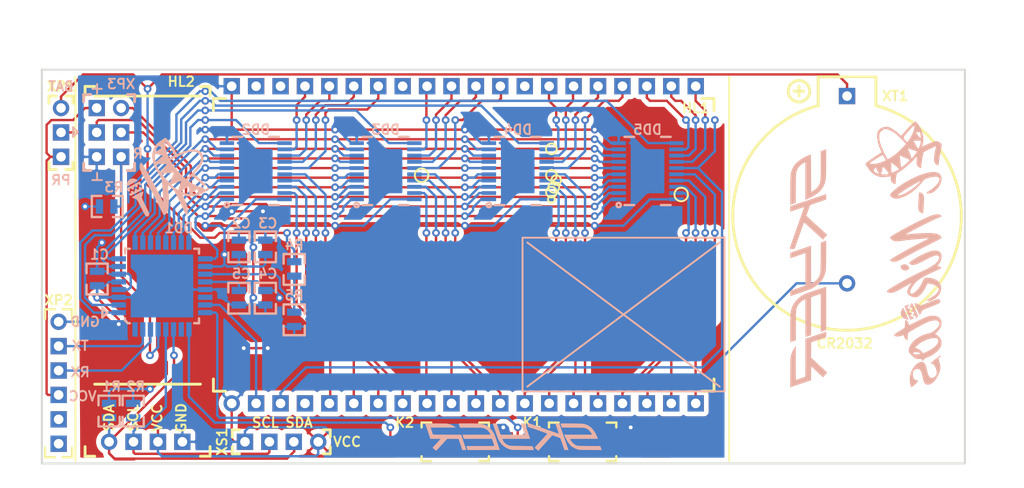
<source format=kicad_pcb>
(kicad_pcb (version 20171130) (host pcbnew "(5.1.2-1)-1")
  (layers (0 F.Cu signal) (31 B.Cu signal) (34 B.Paste user) (35 F.Paste user) (36 B.SilkS user) (37 F.SilkS user) (38 B.Mask user) (39 F.Mask user) (44 Edge.Cuts user))
  (net 0 "")
  (net 1 /VCC)
  (net 2 /GND)
  (net 3 /AREF)
  (net 4 /PD3)
  (net 5 /PD4)
  (net 6 /PB6)
  (net 7 /PB7)
  (net 8 /PD5)
  (net 9 /PD6)
  (net 10 /PD7)
  (net 11 /PB0)
  (net 12 /PB1)
  (net 13 /PB2)
  (net 14 /PB3_MOSI)
  (net 15 /PB4_MISO)
  (net 16 /PB5_SCK)
  (net 17 /ADC6)
  (net 18 "Net-(DD1-Pad22)")
  (net 19 /PC0)
  (net 20 /PC1)
  (net 21 /PC2)
  (net 22 /PC3)
  (net 23 /SDA)
  (net 24 /SCL)
  (net 25 /RES)
  (net 26 /MC_RX)
  (net 27 /MC_TX)
  (net 28 /PD2)
  (net 29 /Out11)
  (net 30 /Out12)
  (net 31 /Out13)
  (net 32 /Out14)
  (net 33 /Out15)
  (net 34 /Out16)
  (net 35 /Out17)
  (net 36 /Out18)
  (net 37 /Out28)
  (net 38 /Out27)
  (net 39 /Out26)
  (net 40 /Out25)
  (net 41 /Out24)
  (net 42 /Out23)
  (net 43 /Out22)
  (net 44 /Out21)
  (net 45 /Out31)
  (net 46 /Out32)
  (net 47 /Out33)
  (net 48 /Out34)
  (net 49 /Out35)
  (net 50 /Out36)
  (net 51 /Out37)
  (net 52 /Out38)
  (net 53 /Out48)
  (net 54 /Out47)
  (net 55 /Out46)
  (net 56 /Out45)
  (net 57 /Out44)
  (net 58 /Out43)
  (net 59 /Out42)
  (net 60 /Out41)
  (net 61 /VCC_bat)
  (net 62 /VCC_prog)
  (net 63 "Net-(XP2-Pad5)")
  (net 64 "Net-(XP2-Pad6)")
  (net 65 "Net-(HL1-Pad4)")
  (net 66 "Net-(HL1-Pad39)")
  (net 67 "Net-(HL1-Pad38)")
  (net 68 "Net-(HL1-Pad33)")
  (net 69 "Net-(HL1-Pad28)")
  (module N_ICO:skyer_25x5 (layer B.Cu) (at 177.75 61 270)
    (fp_text reference G*** hide)
    (fp_text value LOGO hide)
  )
  (module N_ICO:skyer_19x4 (layer B.Cu) (at 147 78.5 180)
    (fp_text reference G*** hide)
    (fp_text value LOGO hide)
  )
  (module N_ICO:ni_10x10 (layer B.Cu) (at 110.5 52 180)
    (fp_text reference G*** hide)
    (fp_text value LOGO hide)
  )
  (module N_ICO:el-nikitos_29x10 (layer B.Cu) (at 188.25 60 270)
    (fp_text reference G*** hide)
    (fp_text value LOGO hide)
  )
  (module N_VD_HL:display_EDS803_805 (layer F.Cu) (at 117.75 75)
    (fp_text reference HL1 (at 48.25 -30.75 180) (layer F.SilkS) (effects (font (thickness 0.2))))
    (fp_text value display_EDS803_EDS805)
    (pad 1 thru_hole circle (at 0 0) (size 1.7 1.7) (drill 1) (layers *.Cu *.Mask) (net 2 /GND))
    (pad 2 thru_hole rect (at 2.54 0) (size 1.7 1.7) (drill 1) (layers *.Cu *.Mask) (net 19 /PC0))
    (pad 3 thru_hole rect (at 5.08 0) (size 1.7 1.7) (drill 1) (layers *.Cu *.Mask) (net 56 /Out45))
    (pad 4 thru_hole rect (at 7.62 0) (size 1.7 1.7) (drill 1) (layers *.Cu *.Mask) (net 65 "Net-(HL1-Pad4)"))
    (pad 5 thru_hole rect (at 10.16 0) (size 1.7 1.7) (drill 1) (layers *.Cu *.Mask) (net 29 /Out11))
    (pad 6 thru_hole rect (at 12.7 0) (size 1.7 1.7) (drill 1) (layers *.Cu *.Mask) (net 30 /Out12))
    (pad 7 thru_hole rect (at 15.24 0) (size 1.7 1.7) (drill 1) (layers *.Cu *.Mask) (net 31 /Out13))
    (pad 8 thru_hole rect (at 17.78 0) (size 1.7 1.7) (drill 1) (layers *.Cu *.Mask) (net 32 /Out14))
    (pad 9 thru_hole rect (at 20.32 0) (size 1.7 1.7) (drill 1) (layers *.Cu *.Mask) (net 44 /Out21))
    (pad 10 thru_hole rect (at 22.86 0) (size 1.7 1.7) (drill 1) (layers *.Cu *.Mask) (net 43 /Out22))
    (pad 11 thru_hole rect (at 25.4 0) (size 1.7 1.7) (drill 1) (layers *.Cu *.Mask) (net 42 /Out23))
    (pad 12 thru_hole rect (at 27.94 0) (size 1.7 1.7) (drill 1) (layers *.Cu *.Mask) (net 41 /Out24))
    (pad 13 thru_hole rect (at 30.48 0) (size 1.7 1.7) (drill 1) (layers *.Cu *.Mask) (net 45 /Out31))
    (pad 14 thru_hole rect (at 33.02 0) (size 1.7 1.7) (drill 1) (layers *.Cu *.Mask) (net 46 /Out32))
    (pad 15 thru_hole rect (at 35.56 0) (size 1.7 1.7) (drill 1) (layers *.Cu *.Mask) (net 47 /Out33))
    (pad 16 thru_hole rect (at 38.1 0) (size 1.7 1.7) (drill 1) (layers *.Cu *.Mask) (net 48 /Out34))
    (pad 17 thru_hole rect (at 40.64 0) (size 1.7 1.7) (drill 1) (layers *.Cu *.Mask) (net 60 /Out41))
    (pad 18 thru_hole rect (at 43.18 0) (size 1.7 1.7) (drill 1) (layers *.Cu *.Mask) (net 59 /Out42))
    (pad 19 thru_hole rect (at 45.72 0) (size 1.7 1.7) (drill 1) (layers *.Cu *.Mask) (net 58 /Out43))
    (pad 20 thru_hole rect (at 48.26 0) (size 1.7 1.7) (drill 1) (layers *.Cu *.Mask) (net 57 /Out44))
    (pad 40 thru_hole rect (at 0 -33.02) (size 1.7 1.7) (drill 1) (layers *.Cu *.Mask) (net 2 /GND))
    (pad 39 thru_hole rect (at 2.54 -33.02) (size 1.7 1.7) (drill 1) (layers *.Cu *.Mask) (net 66 "Net-(HL1-Pad39)"))
    (pad 38 thru_hole rect (at 5.08 -33.02) (size 1.7 1.7) (drill 1) (layers *.Cu *.Mask) (net 67 "Net-(HL1-Pad38)"))
    (pad 37 thru_hole rect (at 7.62 -33.02) (size 1.7 1.7) (drill 1) (layers *.Cu *.Mask) (net 36 /Out18))
    (pad 36 thru_hole rect (at 10.16 -33.02) (size 1.7 1.7) (drill 1) (layers *.Cu *.Mask) (net 35 /Out17))
    (pad 35 thru_hole rect (at 12.7 -33.02) (size 1.7 1.7) (drill 1) (layers *.Cu *.Mask) (net 34 /Out16))
    (pad 34 thru_hole rect (at 15.24 -33.02) (size 1.7 1.7) (drill 1) (layers *.Cu *.Mask) (net 33 /Out15))
    (pad 33 thru_hole rect (at 17.78 -33.02) (size 1.7 1.7) (drill 1) (layers *.Cu *.Mask) (net 68 "Net-(HL1-Pad33)"))
    (pad 32 thru_hole rect (at 20.32 -33.02) (size 1.7 1.7) (drill 1) (layers *.Cu *.Mask) (net 37 /Out28))
    (pad 31 thru_hole rect (at 22.86 -33.02) (size 1.7 1.7) (drill 1) (layers *.Cu *.Mask) (net 38 /Out27))
    (pad 30 thru_hole rect (at 25.4 -33.02) (size 1.7 1.7) (drill 1) (layers *.Cu *.Mask) (net 39 /Out26))
    (pad 29 thru_hole rect (at 27.94 -33.02) (size 1.7 1.7) (drill 1) (layers *.Cu *.Mask) (net 40 /Out25))
    (pad 28 thru_hole rect (at 30.48 -33.02) (size 1.7 1.7) (drill 1) (layers *.Cu *.Mask) (net 69 "Net-(HL1-Pad28)"))
    (pad 27 thru_hole rect (at 33.02 -33.02) (size 1.7 1.7) (drill 1) (layers *.Cu *.Mask) (net 52 /Out38))
    (pad 26 thru_hole rect (at 35.56 -33.02) (size 1.7 1.7) (drill 1) (layers *.Cu *.Mask) (net 51 /Out37))
    (pad 25 thru_hole rect (at 38.1 -33.02) (size 1.7 1.7) (drill 1) (layers *.Cu *.Mask) (net 50 /Out36))
    (pad 24 thru_hole rect (at 40.64 -33.02) (size 1.7 1.7) (drill 1) (layers *.Cu *.Mask) (net 49 /Out35))
    (pad 23 thru_hole rect (at 43.18 -33.02) (size 1.7 1.7) (drill 1) (layers *.Cu *.Mask) (net 53 /Out48))
    (pad 22 thru_hole rect (at 45.72 -33.02) (size 1.7 1.7) (drill 1) (layers *.Cu *.Mask) (net 54 /Out47))
    (pad 21 thru_hole rect (at 48.26 -33.02) (size 1.7 1.7) (drill 1) (layers *.Cu *.Mask) (net 55 /Out46))
  )
  (module N_VD_HL:oled_0.91_128x32 (layer F.Cu) (at 105 79)
    (fp_text reference HL2 (at 7.5 -37.5) (layer F.SilkS) (effects (font (thickness 0.2))))
    (fp_text value oled_0.91_128x32)
    (pad 4 thru_hole rect (at 7.62 0) (size 1.7 1.7) (drill 1) (layers *.Cu *.Mask) (net 2 /GND))
    (pad 3 thru_hole rect (at 5.08 0) (size 1.7 1.7) (drill 1) (layers *.Cu *.Mask) (net 1 /VCC))
    (pad 2 thru_hole rect (at 2.54 0) (size 1.7 1.7) (drill 1) (layers *.Cu *.Mask) (net 24 /SCL))
    (pad 1 thru_hole circle (at 0 0) (size 1.7 1.7) (drill 1) (layers *.Cu *.Mask) (net 23 /SDA))
  )
  (module N_RLC:Конденсатор_SMD_0603 (layer B.Cu) (at 103.75 61.25 270)
    (fp_text reference C1 (at -1.75 -0.25 180) (layer B.SilkS) (effects (font (thickness 0.2)) (justify mirror)))
    (fp_text value 10мкФ_0603)
    (pad 1 smd rect (at 0 0 270) (size 0.75 1.5) (layers B.Cu B.Paste B.Mask) (net 1 /VCC) (clearance 0.2))
    (pad 2 smd rect (at 1.5 0 270) (size 0.75 1.5) (layers B.Cu B.Paste B.Mask) (net 2 /GND) (clearance 0.2))
  )
  (module N_RLC:Конденсатор_SMD_0603 (layer B.Cu) (at 118.5 59.5 90)
    (fp_text reference C2 (at 3.25 0.25 180) (layer B.SilkS) (effects (font (thickness 0.2)) (justify mirror)))
    (fp_text value 10мкФ_0603)
    (pad 2 smd rect (at 1.5 0 90) (size 0.75 1.5) (layers B.Cu B.Paste B.Mask) (net 2 /GND) (clearance 0.2))
    (pad 1 smd rect (at 0 0 90) (size 0.75 1.5) (layers B.Cu B.Paste B.Mask) (net 1 /VCC) (clearance 0.2))
  )
  (module N_RLC:Конденсатор_SMD_0603 (layer B.Cu) (at 121.25 59.5 90)
    (fp_text reference C3 (at 3.25 0.25 180) (layer B.SilkS) (effects (font (thickness 0.2)) (justify mirror)))
    (fp_text value 10мкФ_0603)
    (pad 1 smd rect (at 0 0 90) (size 0.75 1.5) (layers B.Cu B.Paste B.Mask) (net 1 /VCC) (clearance 0.2))
    (pad 2 smd rect (at 1.5 0 90) (size 0.75 1.5) (layers B.Cu B.Paste B.Mask) (net 2 /GND) (clearance 0.2))
  )
  (module N_RLC:Конденсатор_SMD_0603 (layer B.Cu) (at 121.25 63.25 270)
    (fp_text reference C4 (at -1.75 -0.25 180) (layer B.SilkS) (effects (font (thickness 0.2)) (justify mirror)))
    (fp_text value 10мкФ_0603)
    (pad 2 smd rect (at 1.5 0 270) (size 0.75 1.5) (layers B.Cu B.Paste B.Mask) (net 2 /GND) (clearance 0.2))
    (pad 1 smd rect (at 0 0 270) (size 0.75 1.5) (layers B.Cu B.Paste B.Mask) (net 1 /VCC) (clearance 0.2))
  )
  (module N_RLC:Конденсатор_SMD_0603 (layer B.Cu) (at 118.5 63.25 270)
    (fp_text reference C5 (at -1.75 -0.25 180) (layer B.SilkS) (effects (font (thickness 0.2)) (justify mirror)))
    (fp_text value 10мкФ_0603)
    (pad 1 smd rect (at 0 0 270) (size 0.75 1.5) (layers B.Cu B.Paste B.Mask) (net 3 /AREF) (clearance 0.2))
    (pad 2 smd rect (at 1.5 0 270) (size 0.75 1.5) (layers B.Cu B.Paste B.Mask) (net 2 /GND) (clearance 0.2))
  )
  (module N_DD:микросхема_ATMEGA-8-161AU (layer B.Cu) (at 106.25 65.55)
    (fp_text reference DD1 (at 6 -8.8) (layer B.SilkS) (effects (font (thickness 0.2)) (justify mirror)))
    (fp_text value ATmega8A-AU)
    (pad 1 smd rect (at -0.25 0) (size 1.5 0.55) (layers B.Cu B.Paste B.Mask) (net 4 /PD3))
    (pad 2 smd rect (at -0.25 -0.8) (size 1.5 0.55) (layers B.Cu B.Paste B.Mask) (net 5 /PD4))
    (pad 3 smd rect (at -0.25 -1.6) (size 1.5 0.55) (layers B.Cu B.Paste B.Mask) (net 2 /GND))
    (pad 4 smd rect (at -0.25 -2.4) (size 1.5 0.55) (layers B.Cu B.Paste B.Mask) (net 1 /VCC))
    (pad 5 smd rect (at -0.25 -3.2) (size 1.5 0.55) (layers B.Cu B.Paste B.Mask) (net 2 /GND))
    (pad 6 smd rect (at -0.25 -4) (size 1.5 0.55) (layers B.Cu B.Paste B.Mask) (net 1 /VCC))
    (pad 7 smd rect (at -0.25 -4.8) (size 1.5 0.55) (layers B.Cu B.Paste B.Mask) (net 6 /PB6))
    (pad 8 smd rect (at -0.25 -5.6) (size 1.5 0.55) (layers B.Cu B.Paste B.Mask) (net 7 /PB7))
    (pad 9 smd rect (at 1.45 -7.3 270) (size 1.5 0.55) (layers B.Cu B.Paste B.Mask) (net 8 /PD5))
    (pad 10 smd rect (at 2.25 -7.3 270) (size 1.5 0.55) (layers B.Cu B.Paste B.Mask) (net 9 /PD6))
    (pad 11 smd rect (at 3.05 -7.3 270) (size 1.5 0.55) (layers B.Cu B.Paste B.Mask) (net 10 /PD7))
    (pad 12 smd rect (at 3.85 -7.3 270) (size 1.5 0.55) (layers B.Cu B.Paste B.Mask) (net 11 /PB0))
    (pad 13 smd rect (at 4.65 -7.3 270) (size 1.5 0.55) (layers B.Cu B.Paste B.Mask) (net 12 /PB1))
    (pad 14 smd rect (at 5.45 -7.3 270) (size 1.5 0.55) (layers B.Cu B.Paste B.Mask) (net 13 /PB2))
    (pad 15 smd rect (at 6.25 -7.3 270) (size 1.5 0.55) (layers B.Cu B.Paste B.Mask) (net 14 /PB3_MOSI))
    (pad 16 smd rect (at 7.05 -7.3 270) (size 1.5 0.55) (layers B.Cu B.Paste B.Mask) (net 15 /PB4_MISO))
    (pad 17 smd rect (at 8.75 -5.6) (size 1.5 0.55) (layers B.Cu B.Paste B.Mask) (net 16 /PB5_SCK))
    (pad 18 smd rect (at 8.75 -4.8) (size 1.5 0.55) (layers B.Cu B.Paste B.Mask) (net 1 /VCC))
    (pad 19 smd rect (at 8.75 -4) (size 1.5 0.55) (layers B.Cu B.Paste B.Mask) (net 17 /ADC6))
    (pad 20 smd rect (at 8.75 -3.2) (size 1.5 0.55) (layers B.Cu B.Paste B.Mask) (net 3 /AREF))
    (pad 21 smd rect (at 8.75 -2.4) (size 1.5 0.55) (layers B.Cu B.Paste B.Mask) (net 2 /GND))
    (pad 22 smd rect (at 8.75 -1.6) (size 1.5 0.55) (layers B.Cu B.Paste B.Mask) (net 18 "Net-(DD1-Pad22)"))
    (pad 23 smd rect (at 8.75 -0.8) (size 1.5 0.55) (layers B.Cu B.Paste B.Mask) (net 19 /PC0))
    (pad 24 smd rect (at 8.75 0) (size 1.5 0.55) (layers B.Cu B.Paste B.Mask) (net 20 /PC1))
    (pad 25 smd rect (at 7.05 1.75 270) (size 1.5 0.55) (layers B.Cu B.Paste B.Mask) (net 21 /PC2))
    (pad 26 smd rect (at 6.25 1.75 270) (size 1.5 0.55) (layers B.Cu B.Paste B.Mask) (net 22 /PC3))
    (pad 27 smd rect (at 5.45 1.75 270) (size 1.5 0.55) (layers B.Cu B.Paste B.Mask) (net 23 /SDA))
    (pad 28 smd rect (at 4.65 1.75 270) (size 1.5 0.55) (layers B.Cu B.Paste B.Mask) (net 24 /SCL))
    (pad 29 smd rect (at 3.85 1.75 270) (size 1.5 0.55) (layers B.Cu B.Paste B.Mask) (net 25 /RES))
    (pad 30 smd rect (at 3.05 1.75 270) (size 1.5 0.55) (layers B.Cu B.Paste B.Mask) (net 26 /MC_RX))
    (pad 31 smd rect (at 2.25 1.75 270) (size 1.5 0.55) (layers B.Cu B.Paste B.Mask) (net 27 /MC_TX))
    (pad 32 smd rect (at 1.45 1.75 270) (size 1.5 0.55) (layers B.Cu B.Paste B.Mask) (net 28 /PD2))
  )
  (module N_DD:SSOP-20 (layer B.Cu) (at 117.25 53.75)
    (fp_text reference DD2 (at 3 -7.25) (layer B.SilkS) (effects (font (thickness 0.2)) (justify mirror)))
    (fp_text value D-triger_74VHC573MTC)
    (pad 1 smd rect (at 0 0) (size 1.5 0.4) (layers B.Cu B.Paste B.Mask) (net 16 /PB5_SCK))
    (pad 20 smd rect (at 6 0) (size 1.5 0.4) (layers B.Cu B.Paste B.Mask) (net 1 /VCC))
    (pad 2 smd rect (at 0 -0.65) (size 1.5 0.4) (layers B.Cu B.Paste B.Mask) (net 15 /PB4_MISO))
    (pad 19 smd rect (at 6 -0.65) (size 1.5 0.4) (layers B.Cu B.Paste B.Mask) (net 29 /Out11))
    (pad 3 smd rect (at 0 -1.3) (size 1.5 0.4) (layers B.Cu B.Paste B.Mask) (net 14 /PB3_MOSI))
    (pad 18 smd rect (at 6 -1.3) (size 1.5 0.4) (layers B.Cu B.Paste B.Mask) (net 30 /Out12))
    (pad 4 smd rect (at 0 -1.95) (size 1.5 0.4) (layers B.Cu B.Paste B.Mask) (net 13 /PB2))
    (pad 17 smd rect (at 6 -1.95) (size 1.5 0.4) (layers B.Cu B.Paste B.Mask) (net 31 /Out13))
    (pad 5 smd rect (at 0 -2.6) (size 1.5 0.4) (layers B.Cu B.Paste B.Mask) (net 12 /PB1))
    (pad 16 smd rect (at 6 -2.6) (size 1.5 0.4) (layers B.Cu B.Paste B.Mask) (net 32 /Out14))
    (pad 6 smd rect (at 0 -3.25) (size 1.5 0.4) (layers B.Cu B.Paste B.Mask) (net 11 /PB0))
    (pad 15 smd rect (at 6 -3.25) (size 1.5 0.4) (layers B.Cu B.Paste B.Mask) (net 33 /Out15))
    (pad 7 smd rect (at 0 -3.9) (size 1.5 0.4) (layers B.Cu B.Paste B.Mask) (net 10 /PD7))
    (pad 14 smd rect (at 6 -3.9) (size 1.5 0.4) (layers B.Cu B.Paste B.Mask) (net 34 /Out16))
    (pad 8 smd rect (at 0 -4.55) (size 1.5 0.4) (layers B.Cu B.Paste B.Mask) (net 9 /PD6))
    (pad 13 smd rect (at 6 -4.55) (size 1.5 0.4) (layers B.Cu B.Paste B.Mask) (net 35 /Out17))
    (pad 9 smd rect (at 0 -5.2) (size 1.5 0.4) (layers B.Cu B.Paste B.Mask) (net 8 /PD5))
    (pad 12 smd rect (at 6 -5.2) (size 1.5 0.4) (layers B.Cu B.Paste B.Mask) (net 36 /Out18))
    (pad 10 smd rect (at 0 -5.85) (size 1.5 0.4) (layers B.Cu B.Paste B.Mask) (net 2 /GND))
    (pad 11 smd rect (at 6 -5.85) (size 1.5 0.4) (layers B.Cu B.Paste B.Mask) (net 7 /PB7))
  )
  (module N_DD:SSOP-20 (layer B.Cu) (at 130.75 53.75)
    (fp_text reference DD3 (at 3 -7.25) (layer B.SilkS) (effects (font (thickness 0.2)) (justify mirror)))
    (fp_text value D-triger_74VHC573MTC)
    (pad 11 smd rect (at 6 -5.85) (size 1.5 0.4) (layers B.Cu B.Paste B.Mask) (net 6 /PB6))
    (pad 10 smd rect (at 0 -5.85) (size 1.5 0.4) (layers B.Cu B.Paste B.Mask) (net 2 /GND))
    (pad 12 smd rect (at 6 -5.2) (size 1.5 0.4) (layers B.Cu B.Paste B.Mask) (net 37 /Out28))
    (pad 9 smd rect (at 0 -5.2) (size 1.5 0.4) (layers B.Cu B.Paste B.Mask) (net 8 /PD5))
    (pad 13 smd rect (at 6 -4.55) (size 1.5 0.4) (layers B.Cu B.Paste B.Mask) (net 38 /Out27))
    (pad 8 smd rect (at 0 -4.55) (size 1.5 0.4) (layers B.Cu B.Paste B.Mask) (net 9 /PD6))
    (pad 14 smd rect (at 6 -3.9) (size 1.5 0.4) (layers B.Cu B.Paste B.Mask) (net 39 /Out26))
    (pad 7 smd rect (at 0 -3.9) (size 1.5 0.4) (layers B.Cu B.Paste B.Mask) (net 10 /PD7))
    (pad 15 smd rect (at 6 -3.25) (size 1.5 0.4) (layers B.Cu B.Paste B.Mask) (net 40 /Out25))
    (pad 6 smd rect (at 0 -3.25) (size 1.5 0.4) (layers B.Cu B.Paste B.Mask) (net 11 /PB0))
    (pad 16 smd rect (at 6 -2.6) (size 1.5 0.4) (layers B.Cu B.Paste B.Mask) (net 41 /Out24))
    (pad 5 smd rect (at 0 -2.6) (size 1.5 0.4) (layers B.Cu B.Paste B.Mask) (net 12 /PB1))
    (pad 17 smd rect (at 6 -1.95) (size 1.5 0.4) (layers B.Cu B.Paste B.Mask) (net 42 /Out23))
    (pad 4 smd rect (at 0 -1.95) (size 1.5 0.4) (layers B.Cu B.Paste B.Mask) (net 13 /PB2))
    (pad 18 smd rect (at 6 -1.3) (size 1.5 0.4) (layers B.Cu B.Paste B.Mask) (net 43 /Out22))
    (pad 3 smd rect (at 0 -1.3) (size 1.5 0.4) (layers B.Cu B.Paste B.Mask) (net 14 /PB3_MOSI))
    (pad 19 smd rect (at 6 -0.65) (size 1.5 0.4) (layers B.Cu B.Paste B.Mask) (net 44 /Out21))
    (pad 2 smd rect (at 0 -0.65) (size 1.5 0.4) (layers B.Cu B.Paste B.Mask) (net 15 /PB4_MISO))
    (pad 20 smd rect (at 6 0) (size 1.5 0.4) (layers B.Cu B.Paste B.Mask) (net 1 /VCC))
    (pad 1 smd rect (at 0 0) (size 1.5 0.4) (layers B.Cu B.Paste B.Mask) (net 16 /PB5_SCK))
  )
  (module N_X:Кнопка_FSMSM (layer F.Cu) (at 149.25 79)
    (fp_text reference K1 (at -0.25 -2) (layer F.SilkS) (effects (font (thickness 0.2))))
    (fp_text value кнопка_FSMSM)
    (pad 1 smd rect (at 0 0) (size 2 2) (layers F.Cu F.Paste F.Mask) (net 20 /PC1))
    (pad 2 smd rect (at 10 0) (size 2 2) (layers F.Cu F.Paste F.Mask) (net 2 /GND))
  )
  (module N_X:Кнопка_FSMSM (layer F.Cu) (at 136 79)
    (fp_text reference K2 (at -0.25 -2) (layer F.SilkS) (effects (font (thickness 0.2))))
    (fp_text value кнопка_FSMSM)
    (pad 2 smd rect (at 10 0) (size 2 2) (layers F.Cu F.Paste F.Mask) (net 2 /GND))
    (pad 1 smd rect (at 0 0) (size 2 2) (layers F.Cu F.Paste F.Mask) (net 21 /PC2))
  )
  (module N_RLC:Конденсатор_SMD_0603 (layer B.Cu) (at 105 75 270)
    (fp_text reference R1 (at -1.75 -0.25 180) (layer B.SilkS) (effects (font (thickness 0.2)) (justify mirror)))
    (fp_text value 20k_0603)
    (pad 2 smd rect (at 1.5 0 270) (size 0.75 1.5) (layers B.Cu B.Paste B.Mask) (net 23 /SDA) (clearance 0.2))
    (pad 1 smd rect (at 0 0 270) (size 0.75 1.5) (layers B.Cu B.Paste B.Mask) (net 1 /VCC) (clearance 0.2))
  )
  (module N_RLC:Конденсатор_SMD_0603 (layer B.Cu) (at 107.5 75 270)
    (fp_text reference R2 (at -1.75 -0.25 180) (layer B.SilkS) (effects (font (thickness 0.2)) (justify mirror)))
    (fp_text value 20k_0603)
    (pad 1 smd rect (at 0 0 270) (size 0.75 1.5) (layers B.Cu B.Paste B.Mask) (net 1 /VCC) (clearance 0.2))
    (pad 2 smd rect (at 1.5 0 270) (size 0.75 1.5) (layers B.Cu B.Paste B.Mask) (net 24 /SCL) (clearance 0.2))
  )
  (module N_RLC:Конденсатор_SMD_0603 (layer B.Cu) (at 104 54.5)
    (fp_text reference R3 (at 1.5 -2) (layer B.SilkS) (effects (font (thickness 0.2)) (justify mirror)))
    (fp_text value 20k_0603)
    (pad 2 smd rect (at 1.5 0) (size 0.75 1.5) (layers B.Cu B.Paste B.Mask) (net 25 /RES) (clearance 0.2))
    (pad 1 smd rect (at 0 0) (size 0.75 1.5) (layers B.Cu B.Paste B.Mask) (net 1 /VCC) (clearance 0.2))
  )
  (module N_RLC:Конденсатор_SMD_0603 (layer B.Cu) (at 124.25 60.25 270)
    (fp_text reference R4 (at -1.75 0 180) (layer B.SilkS) (effects (font (thickness 0.2)) (justify mirror)))
    (fp_text value 20k_0603)
    (pad 1 smd rect (at 0 0 270) (size 0.75 1.5) (layers B.Cu B.Paste B.Mask) (net 61 /VCC_bat) (clearance 0.2))
    (pad 2 smd rect (at 1.5 0 270) (size 0.75 1.5) (layers B.Cu B.Paste B.Mask) (net 17 /ADC6) (clearance 0.2))
  )
  (module N_RLC:Конденсатор_SMD_0603 (layer B.Cu) (at 124.25 65.5 270)
    (fp_text reference R5 (at -1.75 0 180) (layer B.SilkS) (effects (font (thickness 0.2)) (justify mirror)))
    (fp_text value 20k_0603)
    (pad 2 smd rect (at 1.5 0 270) (size 0.75 1.5) (layers B.Cu B.Paste B.Mask) (net 2 /GND) (clearance 0.2))
    (pad 1 smd rect (at 0 0 270) (size 0.75 1.5) (layers B.Cu B.Paste B.Mask) (net 17 /ADC6) (clearance 0.2))
  )
  (module N_X:Розетка_PBS3_вертикальная (layer F.Cu) (at 100 44.25 270)
    (fp_text reference XP1 (at -2.25 0 180) (layer F.SilkS) (effects (font (thickness 0.2))))
    (fp_text value Вилка_PLS3)
    (pad 1 thru_hole circle (at 0 0 270) (size 1.7 1.7) (drill 1) (layers *.Cu *.Mask) (net 61 /VCC_bat))
    (pad 2 thru_hole rect (at 2.54 0 270) (size 1.7 1.7) (drill 1) (layers *.Cu *.Mask) (net 1 /VCC))
    (pad 3 thru_hole rect (at 5.08 0 270) (size 1.7 1.7) (drill 1) (layers *.Cu *.Mask) (net 62 /VCC_prog))
  )
  (module N_X:Вилка_PLS6_вертикальная (layer F.Cu) (at 99.75 66.5 270)
    (fp_text reference XP2 (at -2.25 0 180) (layer F.SilkS) (effects (font (thickness 0.2))))
    (fp_text value Вилка_PLS6)
    (pad 1 thru_hole circle (at 0 0 270) (size 1.7 1.7) (drill 1) (layers *.Cu *.Mask) (net 2 /GND))
    (pad 2 thru_hole rect (at 2.54 0 270) (size 1.7 1.7) (drill 1) (layers *.Cu *.Mask) (net 27 /MC_TX))
    (pad 3 thru_hole rect (at 5.08 0 270) (size 1.7 1.7) (drill 1) (layers *.Cu *.Mask) (net 26 /MC_RX))
    (pad 4 thru_hole rect (at 7.62 0 270) (size 1.7 1.7) (drill 1) (layers *.Cu *.Mask) (net 62 /VCC_prog))
    (pad 5 thru_hole rect (at 10.16 0 270) (size 1.7 1.7) (drill 1) (layers *.Cu *.Mask) (net 63 "Net-(XP2-Pad5)"))
    (pad 6 thru_hole rect (at 12.7 0 270) (size 1.7 1.7) (drill 1) (layers *.Cu *.Mask) (net 64 "Net-(XP2-Pad6)"))
  )
  (module N_X:Вилка_PLD6_вертикальная (layer B.Cu) (at 106.25 44.25 270)
    (fp_text reference XP3 (at -2.5 0 180) (layer B.SilkS) (effects (font (thickness 0.2)) (justify mirror)))
    (fp_text value Вилка_PLD6_ПРОГ)
    (pad 1 thru_hole circle (at 0 0 270) (size 1.7 1.7) (drill 1) (layers *.Cu *.Mask) (net 14 /PB3_MOSI))
    (pad 3 thru_hole rect (at 2.54 0 270) (size 1.7 1.7) (drill 1) (layers *.Cu *.Mask) (net 16 /PB5_SCK))
    (pad 5 thru_hole rect (at 5.08 0 270) (size 1.7 1.7) (drill 1) (layers *.Cu *.Mask) (net 25 /RES))
    (pad 2 thru_hole rect (at 0 2.54 270) (size 1.7 1.7) (drill 1) (layers *.Cu *.Mask) (net 62 /VCC_prog))
    (pad 4 thru_hole rect (at 2.54 2.54 270) (size 1.7 1.7) (drill 1) (layers *.Cu *.Mask) (net 15 /PB4_MISO))
    (pad 6 thru_hole rect (at 5.08 2.54 270) (size 1.7 1.7) (drill 1) (layers *.Cu *.Mask) (net 2 /GND))
  )
  (module N_X:Вилка_PLS4_вертикальная (layer F.Cu) (at 126.75 79 180)
    (fp_text reference XS1 (at 10 0 90) (layer F.SilkS) (effects (font (thickness 0.2))))
    (fp_text value Розетка_PBS4)
    (pad 4 thru_hole rect (at 7.62 0 180) (size 1.7 1.7) (drill 1) (layers *.Cu *.Mask) (net 2 /GND))
    (pad 3 thru_hole rect (at 5.08 0 180) (size 1.7 1.7) (drill 1) (layers *.Cu *.Mask) (net 24 /SCL))
    (pad 2 thru_hole rect (at 2.54 0 180) (size 1.7 1.7) (drill 1) (layers *.Cu *.Mask) (net 23 /SDA))
    (pad 1 thru_hole circle (at 0 0 180) (size 1.7 1.7) (drill 1) (layers *.Cu *.Mask) (net 1 /VCC))
  )
  (module N_X:батарейный_отсек_CR2032 (layer F.Cu) (at 181.75 62.5 90)
    (fp_text reference XТ1 (at 19.5 5 180) (layer F.SilkS) (effects (font (thickness 0.2))))
    (fp_text value Клеммник_х2)
    (pad 1 thru_hole circle (at 0 0 90) (size 1.7 1.7) (drill 1) (layers *.Cu *.Mask) (net 2 /GND))
    (pad 2 thru_hole rect (at 19.5 0 90) (size 1.7 1.7) (drill 1) (layers *.Cu *.Mask) (net 61 /VCC_bat))
  )
  (module N_DD:SSOP-20 (layer B.Cu) (at 144.5 53.75)
    (fp_text reference DD4 (at 3 -7.25 180) (layer B.SilkS) (effects (font (thickness 0.2)) (justify mirror)))
    (fp_text value D-triger_74VHC573MTC)
    (pad 1 smd rect (at 0 0) (size 1.5 0.4) (layers B.Cu B.Paste B.Mask) (net 16 /PB5_SCK))
    (pad 20 smd rect (at 6 0) (size 1.5 0.4) (layers B.Cu B.Paste B.Mask) (net 1 /VCC))
    (pad 2 smd rect (at 0 -0.65) (size 1.5 0.4) (layers B.Cu B.Paste B.Mask) (net 15 /PB4_MISO))
    (pad 19 smd rect (at 6 -0.65) (size 1.5 0.4) (layers B.Cu B.Paste B.Mask) (net 45 /Out31))
    (pad 3 smd rect (at 0 -1.3) (size 1.5 0.4) (layers B.Cu B.Paste B.Mask) (net 14 /PB3_MOSI))
    (pad 18 smd rect (at 6 -1.3) (size 1.5 0.4) (layers B.Cu B.Paste B.Mask) (net 46 /Out32))
    (pad 4 smd rect (at 0 -1.95) (size 1.5 0.4) (layers B.Cu B.Paste B.Mask) (net 13 /PB2))
    (pad 17 smd rect (at 6 -1.95) (size 1.5 0.4) (layers B.Cu B.Paste B.Mask) (net 47 /Out33))
    (pad 5 smd rect (at 0 -2.6) (size 1.5 0.4) (layers B.Cu B.Paste B.Mask) (net 12 /PB1))
    (pad 16 smd rect (at 6 -2.6) (size 1.5 0.4) (layers B.Cu B.Paste B.Mask) (net 48 /Out34))
    (pad 6 smd rect (at 0 -3.25) (size 1.5 0.4) (layers B.Cu B.Paste B.Mask) (net 11 /PB0))
    (pad 15 smd rect (at 6 -3.25) (size 1.5 0.4) (layers B.Cu B.Paste B.Mask) (net 49 /Out35))
    (pad 7 smd rect (at 0 -3.9) (size 1.5 0.4) (layers B.Cu B.Paste B.Mask) (net 10 /PD7))
    (pad 14 smd rect (at 6 -3.9) (size 1.5 0.4) (layers B.Cu B.Paste B.Mask) (net 50 /Out36))
    (pad 8 smd rect (at 0 -4.55) (size 1.5 0.4) (layers B.Cu B.Paste B.Mask) (net 9 /PD6))
    (pad 13 smd rect (at 6 -4.55) (size 1.5 0.4) (layers B.Cu B.Paste B.Mask) (net 51 /Out37))
    (pad 9 smd rect (at 0 -5.2) (size 1.5 0.4) (layers B.Cu B.Paste B.Mask) (net 8 /PD5))
    (pad 12 smd rect (at 6 -5.2) (size 1.5 0.4) (layers B.Cu B.Paste B.Mask) (net 52 /Out38))
    (pad 10 smd rect (at 0 -5.85) (size 1.5 0.4) (layers B.Cu B.Paste B.Mask) (net 2 /GND))
    (pad 11 smd rect (at 6 -5.85) (size 1.5 0.4) (layers B.Cu B.Paste B.Mask) (net 5 /PD4))
  )
  (module N_DD:SSOP-20 (layer B.Cu) (at 158 53.75)
    (fp_text reference DD5 (at 3 -7.25) (layer B.SilkS) (effects (font (thickness 0.2)) (justify mirror)))
    (fp_text value D-triger_74VHC573MTC)
    (pad 11 smd rect (at 6 -5.85) (size 1.5 0.4) (layers B.Cu B.Paste B.Mask) (net 4 /PD3))
    (pad 10 smd rect (at 0 -5.85) (size 1.5 0.4) (layers B.Cu B.Paste B.Mask) (net 2 /GND))
    (pad 12 smd rect (at 6 -5.2) (size 1.5 0.4) (layers B.Cu B.Paste B.Mask) (net 53 /Out48))
    (pad 9 smd rect (at 0 -5.2) (size 1.5 0.4) (layers B.Cu B.Paste B.Mask) (net 8 /PD5))
    (pad 13 smd rect (at 6 -4.55) (size 1.5 0.4) (layers B.Cu B.Paste B.Mask) (net 54 /Out47))
    (pad 8 smd rect (at 0 -4.55) (size 1.5 0.4) (layers B.Cu B.Paste B.Mask) (net 9 /PD6))
    (pad 14 smd rect (at 6 -3.9) (size 1.5 0.4) (layers B.Cu B.Paste B.Mask) (net 55 /Out46))
    (pad 7 smd rect (at 0 -3.9) (size 1.5 0.4) (layers B.Cu B.Paste B.Mask) (net 10 /PD7))
    (pad 15 smd rect (at 6 -3.25) (size 1.5 0.4) (layers B.Cu B.Paste B.Mask) (net 56 /Out45))
    (pad 6 smd rect (at 0 -3.25) (size 1.5 0.4) (layers B.Cu B.Paste B.Mask) (net 11 /PB0))
    (pad 16 smd rect (at 6 -2.6) (size 1.5 0.4) (layers B.Cu B.Paste B.Mask) (net 57 /Out44))
    (pad 5 smd rect (at 0 -2.6) (size 1.5 0.4) (layers B.Cu B.Paste B.Mask) (net 12 /PB1))
    (pad 17 smd rect (at 6 -1.95) (size 1.5 0.4) (layers B.Cu B.Paste B.Mask) (net 58 /Out43))
    (pad 4 smd rect (at 0 -1.95) (size 1.5 0.4) (layers B.Cu B.Paste B.Mask) (net 13 /PB2))
    (pad 18 smd rect (at 6 -1.3) (size 1.5 0.4) (layers B.Cu B.Paste B.Mask) (net 59 /Out42))
    (pad 3 smd rect (at 0 -1.3) (size 1.5 0.4) (layers B.Cu B.Paste B.Mask) (net 14 /PB3_MOSI))
    (pad 19 smd rect (at 6 -0.65) (size 1.5 0.4) (layers B.Cu B.Paste B.Mask) (net 60 /Out41))
    (pad 2 smd rect (at 0 -0.65) (size 1.5 0.4) (layers B.Cu B.Paste B.Mask) (net 15 /PB4_MISO))
    (pad 20 smd rect (at 6 0) (size 1.5 0.4) (layers B.Cu B.Paste B.Mask) (net 1 /VCC))
    (pad 1 smd rect (at 0 0) (size 1.5 0.4) (layers B.Cu B.Paste B.Mask) (net 16 /PB5_SCK))
  )
  (gr_circle (center 151.5 51.75) (end 152 51.75) (layer F.SilkS) (width 0.2))
  (gr_circle (center 151.25 52.5) (end 151.75 52.25) (layer F.SilkS) (width 0.2))
  (gr_circle (center 151 53) (end 151.5 52.75) (layer F.SilkS) (width 0.2))
  (gr_circle (center 151 53.75) (end 151.25 53.5) (layer F.SilkS) (width 0.2))
  (gr_circle (center 137.5 51.25) (end 138 50.75) (layer F.SilkS) (width 0.2))
  (gr_circle (center 151 51.25) (end 151.5 51) (layer F.SilkS) (width 0.2))
  (gr_circle (center 151 48.5) (end 151.5 48.25) (layer F.SilkS) (width 0.2))
  (gr_circle (center 164.5 53.25) (end 165 52.75) (layer F.SilkS) (width 0.2))
  (gr_line (start 168.5 58.25) (end 148.5 73.25) (layer B.SilkS) (width 0.2))
  (gr_line (start 148.5 58.25) (end 168.5 73.25) (layer B.SilkS) (width 0.2))
  (gr_line (start 101.25 47.25) (end 101.25 46.25) (layer B.SilkS) (width 0.2))
  (gr_line (start 101.75 46.75) (end 101.25 47.25) (layer B.SilkS) (width 0.2))
  (gr_line (start 101.25 46.25) (end 101.75 46.75) (layer B.SilkS) (width 0.2))
  (gr_text mag.0 (at 166.25 79.75) (layer F.Cu) (effects (font (size 1 1) (thickness 0.2))))
  (gr_text CR2032 (at 181.5 68.75) (layer F.SilkS) (effects (font (size 1 1) (thickness 0.2))))
  (gr_text VCC (at 129.75 79) (layer F.SilkS) (effects (font (size 1 1) (thickness 0.2))))
  (gr_text SCL (at 121.25 77) (layer F.SilkS) (effects (font (size 1 1) (thickness 0.2))))
  (gr_text SDA (at 124.75 77) (layer F.SilkS) (effects (font (size 1 1) (thickness 0.2))))
  (gr_text GND (at 112.5 76.5 90) (layer F.SilkS) (effects (font (size 1 1) (thickness 0.2))))
  (gr_text VCC (at 110 76.5 90) (layer F.SilkS) (effects (font (size 1 1) (thickness 0.2))))
  (gr_text SCL (at 107.5 76.5 90) (layer F.SilkS) (effects (font (size 1 1) (thickness 0.2))))
  (gr_text SDA (at 105 76.5 90) (layer F.SilkS) (effects (font (size 1 1) (thickness 0.2))))
  (gr_text R (at 108 49) (layer B.SilkS) (effects (font (size 1 1) (thickness 0.2)) (justify mirror)))
  (gr_line (start 104.25 42.25) (end 103.25 42.25) (layer B.SilkS) (width 0.2))
  (gr_line (start 103.75 42.75) (end 103.75 41.75) (layer B.SilkS) (width 0.2))
  (gr_line (start 104.25 51.75) (end 103.25 51.75) (layer B.SilkS) (width 0.2))
  (gr_line (start 103.75 51) (end 103.75 51.75) (layer B.SilkS) (width 0.2))
  (gr_text BAT (at 100 42) (layer B.SilkS) (effects (font (size 1 1) (thickness 0.2)) (justify mirror)))
  (gr_text PR (at 100 51.75) (layer B.SilkS) (effects (font (size 1 1) (thickness 0.2)) (justify mirror)))
  (gr_text VCC (at 102.25 74.25) (layer B.SilkS) (effects (font (size 1 1) (thickness 0.2)) (justify mirror)))
  (gr_text RX (at 102 71.75) (layer B.SilkS) (effects (font (size 1 1) (thickness 0.2)) (justify mirror)))
  (gr_text TX (at 102 69) (layer B.SilkS) (effects (font (size 1 1) (thickness 0.2)) (justify mirror)))
  (gr_text GND (at 102.5 66.5) (layer B.SilkS) (effects (font (size 1 1) (thickness 0.2)) (justify mirror)))
  (gr_line (start 101.5 41) (end 101.5 81) (layer F.SilkS) (width 0.2))
  (gr_line (start 169.5 41) (end 169.5 81) (layer F.SilkS) (width 0.2))
  (gr_line (start 194 40.25) (end 98 40.25) (layer Edge.Cuts) (width 0.2))
  (gr_line (start 194 81.25) (end 194 40.25) (layer Edge.Cuts) (width 0.2))
  (gr_line (start 98 81.25) (end 194 81.25) (layer Edge.Cuts) (width 0.2))
  (gr_line (start 98 40.25) (end 98 81.25) (layer Edge.Cuts) (width 0.2))
  (gr_line (start 169 73.75) (end 169 57.75) (layer B.SilkS) (width 0.2))
  (gr_line (start 148 73.75) (end 169 73.75) (layer B.SilkS) (width 0.2))
  (gr_line (start 148 57.75) (end 148 73.75) (layer B.SilkS) (width 0.2))
  (gr_line (start 169 57.75) (end 148 57.75) (layer B.SilkS) (width 0.2))
  (segment (start 145 56.5) (end 142 56.5) (width 0.25) (layer B.Cu) (net 1))
  (via (at 142 56.5) (size 0.8) (drill 0.4) (layers F.Cu B.Cu) (net 1))
  (segment (start 147.75 53.75) (end 145 56.5) (width 0.25) (layer B.Cu) (net 1))
  (segment (start 150.25 53.75) (end 147.75 53.75) (width 0.25) (layer B.Cu) (net 1))
  (segment (start 131.5 56.5) (end 128.5 56.5) (width 0.25) (layer B.Cu) (net 1))
  (via (at 128.5 56.5) (size 0.8) (drill 0.4) (layers F.Cu B.Cu) (net 1))
  (segment (start 134.25 53.75) (end 131.5 56.5) (width 0.25) (layer B.Cu) (net 1))
  (segment (start 136.75 53.75) (end 134.25 53.75) (width 0.25) (layer B.Cu) (net 1))
  (via (at 115 56.5) (size 0.8) (drill 0.4) (layers F.Cu B.Cu) (net 1))
  (segment (start 158.5 56.5) (end 155.5 56.5) (width 0.25) (layer B.Cu) (net 1))
  (via (at 155.5 56.5) (size 0.8) (drill 0.4) (layers F.Cu B.Cu) (net 1))
  (segment (start 161.25 53.75) (end 158.5 56.5) (width 0.25) (layer B.Cu) (net 1))
  (segment (start 163.75 53.75) (end 161.25 53.75) (width 0.25) (layer B.Cu) (net 1))
  (segment (start 128.5 56.5) (end 142 56.5) (width 0.25) (layer F.Cu) (net 1))
  (segment (start 142 56.5) (end 155.5 56.5) (width 0.25) (layer F.Cu) (net 1))
  (segment (start 100 46.79) (end 101.96 46.79) (width 0.25) (layer F.Cu) (net 1))
  (segment (start 105 75) (end 105 73.75) (width 0.25) (layer B.Cu) (net 1))
  (segment (start 105 73.75) (end 105.25 73.5) (width 0.25) (layer B.Cu) (net 1))
  (segment (start 105.25 73.5) (end 107.25 73.5) (width 0.25) (layer B.Cu) (net 1))
  (segment (start 107.25 73.5) (end 107.5 73.75) (width 0.25) (layer B.Cu) (net 1))
  (segment (start 107.5 73.75) (end 107.5 75) (width 0.25) (layer B.Cu) (net 1))
  (segment (start 110.08 80.1) (end 110.48 80.5) (width 0.25) (layer B.Cu) (net 1))
  (segment (start 110.08 79) (end 110.08 80.1) (width 0.25) (layer B.Cu) (net 1))
  (segment (start 110.48 80.5) (end 113.5 80.5) (width 0.25) (layer B.Cu) (net 1))
  (segment (start 113.5 80.5) (end 114.75 80.5) (width 0.25) (layer B.Cu) (net 1))
  (segment (start 114.75 80.5) (end 126.5 80.5) (width 0.25) (layer B.Cu) (net 1))
  (segment (start 126.5 80.5) (end 126.75 80.25) (width 0.25) (layer B.Cu) (net 1))
  (segment (start 126.75 80.25) (end 126.75 79) (width 0.25) (layer B.Cu) (net 1))
  (segment (start 105 61.55) (end 104.7 61.25) (width 0.25) (layer B.Cu) (net 1))
  (segment (start 106 61.55) (end 105 61.55) (width 0.25) (layer B.Cu) (net 1))
  (segment (start 104.7 61.25) (end 103.75 61.25) (width 0.25) (layer B.Cu) (net 1))
  (segment (start 107 63.15) (end 107.25 62.9) (width 0.25) (layer B.Cu) (net 1))
  (segment (start 106 63.15) (end 107 63.15) (width 0.25) (layer B.Cu) (net 1))
  (segment (start 107.25 62.9) (end 107.25 61.75) (width 0.25) (layer B.Cu) (net 1))
  (segment (start 107.25 61.75) (end 107 61.5) (width 0.25) (layer B.Cu) (net 1))
  (segment (start 107 61.5) (end 106 61.5) (width 0.25) (layer B.Cu) (net 1))
  (segment (start 118.25 60.75) (end 118.5 60.5) (width 0.25) (layer B.Cu) (net 1))
  (segment (start 118.5 60.5) (end 118.5 59.5) (width 0.25) (layer B.Cu) (net 1))
  (segment (start 115 60.75) (end 116 60.75) (width 0.25) (layer B.Cu) (net 1))
  (segment (start 116 60.75) (end 116.75 60.75) (width 0.25) (layer B.Cu) (net 1))
  (segment (start 117 60.5) (end 117 59.5) (width 0.25) (layer B.Cu) (net 1))
  (via (at 117 59.5) (size 0.8) (drill 0.4) (layers F.Cu B.Cu) (net 1))
  (segment (start 116.75 60.75) (end 117 60.5) (width 0.25) (layer B.Cu) (net 1))
  (segment (start 117.25 60.75) (end 117 60.5) (width 0.25) (layer B.Cu) (net 1))
  (segment (start 117.5 60.75) (end 117.25 60.75) (width 0.25) (layer B.Cu) (net 1))
  (segment (start 117.5 60.75) (end 118.25 60.75) (width 0.25) (layer B.Cu) (net 1))
  (segment (start 118.5 60.5) (end 118.75 60.75) (width 0.25) (layer B.Cu) (net 1))
  (segment (start 118.75 60.75) (end 119.75 60.75) (width 0.25) (layer B.Cu) (net 1))
  (segment (start 119.75 60.75) (end 121 60.75) (width 0.25) (layer B.Cu) (net 1))
  (segment (start 121 60.75) (end 121.25 60.5) (width 0.25) (layer B.Cu) (net 1))
  (segment (start 121.25 60.5) (end 121.25 59.5) (width 0.25) (layer B.Cu) (net 1))
  (segment (start 121.25 63.25) (end 122.25 63.25) (width 0.25) (layer B.Cu) (net 1))
  (segment (start 122.25 63.25) (end 122.75 63.75) (width 0.25) (layer B.Cu) (net 1))
  (segment (start 122.737347 63.762653) (end 122.737347 64.012653) (width 0.25) (layer B.Cu) (net 1))
  (via (at 122.737347 64.012653) (size 0.8) (drill 0.4) (layers F.Cu B.Cu) (net 1))
  (segment (start 122.75 63.75) (end 122.737347 63.762653) (width 0.25) (layer B.Cu) (net 1))
  (via (at 104.25 58.25) (size 0.8) (drill 0.4) (layers F.Cu B.Cu) (net 1))
  (segment (start 103.75 58.75) (end 104.25 58.25) (width 0.25) (layer B.Cu) (net 1))
  (segment (start 103.75 61.25) (end 103.75 58.75) (width 0.25) (layer B.Cu) (net 1))
  (via (at 102.5 54.5) (size 0.8) (drill 0.4) (layers F.Cu B.Cu) (net 1))
  (segment (start 104 54.5) (end 102.5 54.5) (width 0.25) (layer B.Cu) (net 1))
  (segment (start 120.25 53.75) (end 121 53.75) (width 0.25) (layer B.Cu) (net 1))
  (segment (start 117.5 56.5) (end 120.25 53.75) (width 0.25) (layer B.Cu) (net 1))
  (segment (start 123.25 53.75) (end 121 53.75) (width 0.25) (layer B.Cu) (net 1))
  (segment (start 122.25 56.5) (end 128.5 56.5) (width 0.25) (layer F.Cu) (net 1))
  (segment (start 122.25 56.5) (end 122.5 56.5) (width 0.25) (layer F.Cu) (net 1))
  (segment (start 115 56.5) (end 122.25 56.5) (width 0.25) (layer F.Cu) (net 1))
  (segment (start 122.5 56.5) (end 122.75 56.25) (width 0.25) (layer F.Cu) (net 1))
  (segment (start 117 57) (end 117.5 56.5) (width 0.25) (layer B.Cu) (net 1))
  (segment (start 117 57) (end 116.5 56.5) (width 0.25) (layer B.Cu) (net 1))
  (segment (start 117 57.25) (end 117 57) (width 0.25) (layer B.Cu) (net 1))
  (segment (start 115 56.5) (end 116.5 56.5) (width 0.25) (layer B.Cu) (net 1))
  (segment (start 117 59.5) (end 117 57.25) (width 0.25) (layer B.Cu) (net 1))
  (segment (start 107.5 73.75) (end 107.75 73.5) (width 0.25) (layer B.Cu) (net 1))
  (via (at 109.25 73.5) (size 0.8) (drill 0.4) (layers F.Cu B.Cu) (net 1))
  (segment (start 107.75 73.5) (end 109 73.5) (width 0.25) (layer B.Cu) (net 1))
  (via (at 120 64) (size 0.8) (drill 0.4) (layers F.Cu B.Cu) (net 2))
  (via (at 120 58.75) (size 0.8) (drill 0.4) (layers F.Cu B.Cu) (net 2))
  (via (at 117.75 55) (size 0.8) (drill 0.4) (layers F.Cu B.Cu) (net 2))
  (via (at 121 55) (size 0.8) (drill 0.4) (layers F.Cu B.Cu) (net 2))
  (via (at 142 46.5) (size 0.8) (drill 0.4) (layers F.Cu B.Cu) (net 2))
  (segment (start 143.7 47.9) (end 142.199997 46.399997) (width 0.25) (layer B.Cu) (net 2))
  (segment (start 144.25 47.9) (end 143.7 47.9) (width 0.25) (layer B.Cu) (net 2))
  (segment (start 142.199997 46.399997) (end 142 46.399997) (width 0.25) (layer B.Cu) (net 2))
  (via (at 128.5 46.5) (size 0.8) (drill 0.4) (layers F.Cu B.Cu) (net 2))
  (segment (start 130.2 47.9) (end 128.699997 46.399997) (width 0.25) (layer B.Cu) (net 2))
  (segment (start 130.75 47.9) (end 130.2 47.9) (width 0.25) (layer B.Cu) (net 2))
  (segment (start 128.699997 46.399997) (end 128.5 46.399997) (width 0.25) (layer B.Cu) (net 2))
  (via (at 115 46.5) (size 0.8) (drill 0.4) (layers F.Cu B.Cu) (net 2))
  (segment (start 115.199997 46.399997) (end 115 46.399997) (width 0.25) (layer B.Cu) (net 2))
  (segment (start 117.25 47.9) (end 116.7 47.9) (width 0.25) (layer B.Cu) (net 2))
  (via (at 155.5 46.5) (size 0.8) (drill 0.4) (layers F.Cu B.Cu) (net 2))
  (segment (start 157.2 47.9) (end 155.699997 46.399997) (width 0.25) (layer B.Cu) (net 2))
  (segment (start 157.75 47.9) (end 157.2 47.9) (width 0.25) (layer B.Cu) (net 2))
  (segment (start 155.699997 46.399997) (end 155.5 46.399997) (width 0.25) (layer B.Cu) (net 2))
  (segment (start 115 46.5) (end 115.565685 46.5) (width 0.25) (layer F.Cu) (net 2))
  (segment (start 128.5 46.5) (end 142 46.5) (width 0.25) (layer F.Cu) (net 2))
  (segment (start 142.565685 46.5) (end 155.5 46.5) (width 0.25) (layer F.Cu) (net 2))
  (segment (start 142 46.5) (end 142.565685 46.5) (width 0.25) (layer F.Cu) (net 2))
  (segment (start 99.75 66.5) (end 102.25 66.5) (width 0.25) (layer B.Cu) (net 2))
  (segment (start 117.75 78.72) (end 117.75 76.202081) (width 0.25) (layer F.Cu) (net 2))
  (segment (start 118.03 79) (end 117.75 78.72) (width 0.25) (layer F.Cu) (net 2))
  (segment (start 119.13 79) (end 118.03 79) (width 0.25) (layer F.Cu) (net 2))
  (segment (start 117.75 76.202081) (end 117.75 75) (width 0.25) (layer F.Cu) (net 2))
  (via (at 146 77.5) (size 0.8) (drill 0.4) (layers F.Cu B.Cu) (net 2))
  (segment (start 146 79) (end 146 77.5) (width 0.25) (layer F.Cu) (net 2))
  (via (at 159.25 77.5) (size 0.8) (drill 0.4) (layers F.Cu B.Cu) (net 2))
  (segment (start 159.25 79) (end 159.25 77.5) (width 0.25) (layer F.Cu) (net 2))
  (segment (start 119.13 77.9) (end 119.53 77.5) (width 0.25) (layer B.Cu) (net 2))
  (segment (start 119.13 79) (end 119.13 77.9) (width 0.25) (layer B.Cu) (net 2))
  (segment (start 119.53 77.5) (end 122.75 77.5) (width 0.25) (layer B.Cu) (net 2))
  (segment (start 122.75 77.5) (end 126 77.5) (width 0.25) (layer B.Cu) (net 2))
  (segment (start 127.5 77.5) (end 128 78) (width 0.25) (layer B.Cu) (net 2))
  (segment (start 126 77.5) (end 126.5 77.5) (width 0.25) (layer B.Cu) (net 2))
  (segment (start 126.5 77.5) (end 127.25 77.5) (width 0.25) (layer B.Cu) (net 2))
  (segment (start 126.5 77.5) (end 127.5 77.5) (width 0.25) (layer B.Cu) (net 2))
  (segment (start 127.25 77.5) (end 128.25 78.5) (width 0.25) (layer B.Cu) (net 2))
  (segment (start 181.75 62.5) (end 176.5 62.5) (width 0.25) (layer B.Cu) (net 2))
  (segment (start 176.5 62.5) (end 167 72) (width 0.25) (layer B.Cu) (net 2))
  (segment (start 105 62.35) (end 104.6 62.75) (width 0.25) (layer B.Cu) (net 2))
  (segment (start 106 62.35) (end 105 62.35) (width 0.25) (layer B.Cu) (net 2))
  (segment (start 104.6 62.75) (end 103.75 62.75) (width 0.25) (layer B.Cu) (net 2))
  (via (at 103.75 64) (size 0.8) (drill 0.4) (layers F.Cu B.Cu) (net 2))
  (segment (start 103.75 62.75) (end 103.75 64) (width 0.25) (layer B.Cu) (net 2))
  (segment (start 103.8 63.95) (end 103.75 64) (width 0.25) (layer B.Cu) (net 2))
  (segment (start 106 63.95) (end 103.8 63.95) (width 0.25) (layer B.Cu) (net 2))
  (segment (start 117.7 64.75) (end 116.1 63.15) (width 0.25) (layer B.Cu) (net 2))
  (segment (start 118.5 64.75) (end 117.7 64.75) (width 0.25) (layer B.Cu) (net 2))
  (segment (start 115 63.15) (end 116.1 63.15) (width 0.25) (layer B.Cu) (net 2))
  (via (at 119 69.25) (size 0.8) (drill 0.4) (layers F.Cu B.Cu) (net 2))
  (via (at 121.5 69.25) (size 0.8) (drill 0.4) (layers F.Cu B.Cu) (net 2))
  (segment (start 119 69.25) (end 121.5 69.25) (width 0.25) (layer F.Cu) (net 2))
  (segment (start 116.900001 74.150001) (end 116.900001 73.349999) (width 0.25) (layer B.Cu) (net 2))
  (segment (start 117.75 75) (end 116.900001 74.150001) (width 0.25) (layer B.Cu) (net 2))
  (segment (start 116.900001 73.349999) (end 117 73.25) (width 0.25) (layer B.Cu) (net 2))
  (segment (start 106 63.95) (end 107.45 63.95) (width 0.25) (layer B.Cu) (net 2))
  (segment (start 115 63.15) (end 113.65 63.15) (width 0.25) (layer B.Cu) (net 2))
  (segment (start 117.75 46.25) (end 117.5 46.5) (width 0.25) (layer F.Cu) (net 2))
  (segment (start 115.565685 46.5) (end 117.5 46.5) (width 0.25) (layer F.Cu) (net 2))
  (segment (start 117.75 46.25) (end 118 46.5) (width 0.25) (layer F.Cu) (net 2))
  (segment (start 117.75 46) (end 117.75 46.25) (width 0.25) (layer F.Cu) (net 2))
  (segment (start 118 46.5) (end 128.5 46.5) (width 0.25) (layer F.Cu) (net 2))
  (segment (start 117.75 41.98) (end 117.75 46) (width 0.25) (layer F.Cu) (net 2))
  (segment (start 121 55) (end 117.75 55) (width 0.25) (layer F.Cu) (net 2))
  (segment (start 120 64) (end 120 58.75) (width 0.25) (layer F.Cu) (net 2))
  (segment (start 120 58.75) (end 120 58.5) (width 0.25) (layer B.Cu) (net 2))
  (segment (start 120 58.5) (end 119.75 58.25) (width 0.25) (layer B.Cu) (net 2))
  (segment (start 119.75 58.25) (end 119.75 58) (width 0.25) (layer B.Cu) (net 2))
  (segment (start 120 64) (end 119.75 64.25) (width 0.25) (layer B.Cu) (net 2))
  (segment (start 119.75 64.25) (end 119.75 64.75) (width 0.25) (layer B.Cu) (net 2))
  (via (at 106 66.75) (size 0.8) (drill 0.4) (layers F.Cu B.Cu) (net 2))
  (segment (start 106 66.25) (end 106 66.75) (width 0.25) (layer F.Cu) (net 2))
  (segment (start 103.75 64) (end 106 66.25) (width 0.25) (layer F.Cu) (net 2))
  (segment (start 115 62.35) (end 118.35 62.35) (width 0.25) (layer B.Cu) (net 3))
  (segment (start 118.35 62.35) (end 118.5 62.5) (width 0.25) (layer B.Cu) (net 3))
  (segment (start 118.5 62.5) (end 118.5 63.25) (width 0.25) (layer B.Cu) (net 3))
  (via (at 115 42.5) (size 0.8) (drill 0.4) (layers F.Cu B.Cu) (net 4))
  (segment (start 161.100012 47.9) (end 163.75 47.9) (width 0.25) (layer B.Cu) (net 4))
  (segment (start 159.850006 46.649994) (end 161.100012 47.9) (width 0.25) (layer B.Cu) (net 4))
  (segment (start 159.850006 46.600006) (end 159.850006 46.649994) (width 0.25) (layer B.Cu) (net 4))
  (segment (start 115.565685 42.5) (end 116.565685 43.5) (width 0.25) (layer B.Cu) (net 4))
  (segment (start 156.75 43.5) (end 159.850006 46.600006) (width 0.25) (layer B.Cu) (net 4))
  (segment (start 116.565685 43.5) (end 156.75 43.5) (width 0.25) (layer B.Cu) (net 4))
  (segment (start 115 42.5) (end 115.565685 42.5) (width 0.25) (layer B.Cu) (net 4))
  (segment (start 112 47.70436) (end 112 44.934315) (width 0.25) (layer B.Cu) (net 4))
  (segment (start 107.75 51.95436) (end 112 47.70436) (width 0.25) (layer B.Cu) (net 4))
  (segment (start 114.434315 42.5) (end 115 42.5) (width 0.25) (layer B.Cu) (net 4))
  (segment (start 107.75 54.36359) (end 107.75 51.95436) (width 0.25) (layer B.Cu) (net 4))
  (segment (start 105.11359 57) (end 107.75 54.36359) (width 0.25) (layer B.Cu) (net 4))
  (segment (start 112 44.934315) (end 114.434315 42.5) (width 0.25) (layer B.Cu) (net 4))
  (segment (start 103.25 57) (end 105.11359 57) (width 0.25) (layer B.Cu) (net 4))
  (segment (start 102 58.25) (end 103.25 57) (width 0.25) (layer B.Cu) (net 4))
  (segment (start 103.41359 65.55) (end 102 64.13641) (width 0.25) (layer B.Cu) (net 4))
  (segment (start 102 64.13641) (end 102 58.25) (width 0.25) (layer B.Cu) (net 4))
  (segment (start 106 65.55) (end 103.41359 65.55) (width 0.25) (layer B.Cu) (net 4))
  (segment (start 146.475006 46.774994) (end 146.350006 46.649994) (width 0.25) (layer B.Cu) (net 5))
  (via (at 115 43.5) (size 0.8) (drill 0.4) (layers F.Cu B.Cu) (net 5))
  (segment (start 147.600012 47.9) (end 147.475006 47.774994) (width 0.25) (layer B.Cu) (net 5))
  (segment (start 150.25 47.9) (end 147.600012 47.9) (width 0.25) (layer B.Cu) (net 5))
  (segment (start 147.475006 47.774994) (end 146.475006 46.774994) (width 0.25) (layer B.Cu) (net 5))
  (segment (start 115.565685 43.5) (end 116.065685 44) (width 0.25) (layer B.Cu) (net 5))
  (segment (start 115 43.5) (end 115.565685 43.5) (width 0.25) (layer B.Cu) (net 5))
  (segment (start 143.700012 44) (end 143.850006 44.149994) (width 0.25) (layer B.Cu) (net 5))
  (segment (start 116.065685 44) (end 143.700012 44) (width 0.25) (layer B.Cu) (net 5))
  (segment (start 143.850006 44.149994) (end 146.475006 46.774994) (width 0.25) (layer B.Cu) (net 5))
  (segment (start 114.434315 43.5) (end 115 43.5) (width 0.25) (layer B.Cu) (net 5))
  (segment (start 108.25 54.5) (end 108.25 52.09077) (width 0.25) (layer B.Cu) (net 5))
  (segment (start 105.25 57.5) (end 108.25 54.5) (width 0.25) (layer B.Cu) (net 5))
  (segment (start 112.5 45.434315) (end 114.434315 43.5) (width 0.25) (layer B.Cu) (net 5))
  (segment (start 102.5 64) (end 102.5 58.5) (width 0.25) (layer B.Cu) (net 5))
  (segment (start 108.25 52.09077) (end 112.5 47.84077) (width 0.25) (layer B.Cu) (net 5))
  (segment (start 103.25 64.75) (end 102.5 64) (width 0.25) (layer B.Cu) (net 5))
  (segment (start 103.5 57.5) (end 105.25 57.5) (width 0.25) (layer B.Cu) (net 5))
  (segment (start 112.5 47.84077) (end 112.5 45.434315) (width 0.25) (layer B.Cu) (net 5))
  (segment (start 102.5 58.5) (end 103.5 57.5) (width 0.25) (layer B.Cu) (net 5))
  (segment (start 106 64.75) (end 103.25 64.75) (width 0.25) (layer B.Cu) (net 5))
  (segment (start 134.100012 47.9) (end 136.75 47.9) (width 0.25) (layer B.Cu) (net 6))
  (segment (start 130.700012 44.5) (end 134.100012 47.9) (width 0.25) (layer B.Cu) (net 6))
  (segment (start 115 44.5) (end 130.700012 44.5) (width 0.25) (layer B.Cu) (net 6))
  (via (at 115 44.5) (size 0.8) (drill 0.4) (layers F.Cu B.Cu) (net 6))
  (segment (start 108.849981 52.150019) (end 108.849982 52.127198) (width 0.25) (layer B.Cu) (net 6))
  (segment (start 108.75 52.25) (end 108.849981 52.150019) (width 0.25) (layer B.Cu) (net 6))
  (segment (start 114.25 44.5) (end 115 44.5) (width 0.25) (layer B.Cu) (net 6))
  (segment (start 108.75 54.86359) (end 108.75 52.25) (width 0.25) (layer B.Cu) (net 6))
  (segment (start 104.299991 60.049991) (end 104.299991 59.313599) (width 0.25) (layer B.Cu) (net 6))
  (segment (start 108.849982 52.127198) (end 113 47.97718) (width 0.25) (layer B.Cu) (net 6))
  (segment (start 104.299991 59.313599) (end 108.75 54.86359) (width 0.25) (layer B.Cu) (net 6))
  (segment (start 105 60.75) (end 104.299991 60.049991) (width 0.25) (layer B.Cu) (net 6))
  (segment (start 113 45.75) (end 114.25 44.5) (width 0.25) (layer B.Cu) (net 6))
  (segment (start 113 47.97718) (end 113 45.75) (width 0.25) (layer B.Cu) (net 6))
  (segment (start 106 60.75) (end 105 60.75) (width 0.25) (layer B.Cu) (net 6))
  (segment (start 123.25 47.9) (end 120.600012 47.9) (width 0.25) (layer B.Cu) (net 7))
  (segment (start 115 45.5) (end 118.200012 45.5) (width 0.25) (layer B.Cu) (net 7))
  (segment (start 118.200012 45.5) (end 119.350006 46.649994) (width 0.25) (layer B.Cu) (net 7))
  (segment (start 120.600012 47.9) (end 119.350006 46.649994) (width 0.25) (layer B.Cu) (net 7))
  (via (at 115 45.5) (size 0.8) (drill 0.4) (layers F.Cu B.Cu) (net 7))
  (segment (start 114.25 45.5) (end 115 45.5) (width 0.25) (layer B.Cu) (net 7))
  (segment (start 109.299991 52.313599) (end 113.45001 48.16358) (width 0.25) (layer B.Cu) (net 7))
  (segment (start 109.299991 54.950009) (end 109.299991 52.313599) (width 0.25) (layer B.Cu) (net 7))
  (segment (start 104.75 59.5) (end 109.299991 54.950009) (width 0.25) (layer B.Cu) (net 7))
  (segment (start 104.75 59.7) (end 104.75 59.5) (width 0.25) (layer B.Cu) (net 7))
  (segment (start 113.45001 48.16358) (end 113.45001 46.29999) (width 0.25) (layer B.Cu) (net 7))
  (segment (start 105 59.95) (end 104.75 59.7) (width 0.25) (layer B.Cu) (net 7))
  (segment (start 113.45001 46.29999) (end 114.25 45.5) (width 0.25) (layer B.Cu) (net 7))
  (segment (start 106 59.95) (end 105 59.95) (width 0.25) (layer B.Cu) (net 7))
  (segment (start 143.223002 48.55) (end 142.073002 47.400001) (width 0.25) (layer B.Cu) (net 8))
  (via (at 142 47.5) (size 0.8) (drill 0.4) (layers F.Cu B.Cu) (net 8))
  (segment (start 144.25 48.549999) (end 143.223002 48.55) (width 0.25) (layer B.Cu) (net 8))
  (segment (start 142.073002 47.400001) (end 142 47.4) (width 0.25) (layer B.Cu) (net 8))
  (via (at 128.5 47.5) (size 0.8) (drill 0.4) (layers F.Cu B.Cu) (net 8))
  (segment (start 129.723002 48.55) (end 128.573002 47.400001) (width 0.25) (layer B.Cu) (net 8))
  (segment (start 130.75 48.549999) (end 129.723002 48.55) (width 0.25) (layer B.Cu) (net 8))
  (segment (start 128.573002 47.400001) (end 128.5 47.4) (width 0.25) (layer B.Cu) (net 8))
  (segment (start 115.073002 47.400001) (end 115 47.4) (width 0.25) (layer B.Cu) (net 8))
  (segment (start 117.25 48.549999) (end 116.223002 48.55) (width 0.25) (layer B.Cu) (net 8))
  (segment (start 116.223002 48.55) (end 115.073002 47.400001) (width 0.25) (layer B.Cu) (net 8))
  (via (at 115 47.5) (size 0.8) (drill 0.4) (layers F.Cu B.Cu) (net 8))
  (segment (start 156.723002 48.55) (end 155.573002 47.400001) (width 0.25) (layer B.Cu) (net 8))
  (via (at 155.5 47.5) (size 0.8) (drill 0.4) (layers F.Cu B.Cu) (net 8))
  (segment (start 157.75 48.549999) (end 156.723002 48.55) (width 0.25) (layer B.Cu) (net 8))
  (segment (start 155.573002 47.400001) (end 155.5 47.4) (width 0.25) (layer B.Cu) (net 8))
  (segment (start 115 47.5) (end 128.5 47.5) (width 0.25) (layer F.Cu) (net 8))
  (segment (start 128.5 47.5) (end 142 47.5) (width 0.25) (layer F.Cu) (net 8))
  (segment (start 142 47.5) (end 155.5 47.5) (width 0.25) (layer F.Cu) (net 8))
  (segment (start 114.75 47.5) (end 115 47.5) (width 0.25) (layer B.Cu) (net 8))
  (segment (start 109.75 52.5) (end 114.75 47.5) (width 0.25) (layer B.Cu) (net 8))
  (segment (start 109.75 55.2) (end 109.75 52.5) (width 0.25) (layer B.Cu) (net 8))
  (segment (start 107.7 57.25) (end 109.75 55.2) (width 0.25) (layer B.Cu) (net 8))
  (segment (start 107.7 58.25) (end 107.7 57.25) (width 0.25) (layer B.Cu) (net 8))
  (segment (start 142.873002 49.2) (end 142.725001 49.051999) (width 0.25) (layer B.Cu) (net 9))
  (segment (start 144.25 49.2) (end 142.873002 49.2) (width 0.25) (layer B.Cu) (net 9))
  (segment (start 142.073002 48.399999) (end 142 48.4) (width 0.25) (layer B.Cu) (net 9))
  (segment (start 142.725001 49.051999) (end 142.073002 48.399999) (width 0.25) (layer B.Cu) (net 9))
  (via (at 142 48.5) (size 0.8) (drill 0.4) (layers F.Cu B.Cu) (net 9))
  (segment (start 129.373002 49.2) (end 129.225001 49.051999) (width 0.25) (layer B.Cu) (net 9))
  (segment (start 130.75 49.2) (end 129.373002 49.2) (width 0.25) (layer B.Cu) (net 9))
  (via (at 128.5 48.5) (size 0.8) (drill 0.4) (layers F.Cu B.Cu) (net 9))
  (segment (start 129.225001 49.051999) (end 128.573002 48.399999) (width 0.25) (layer B.Cu) (net 9))
  (segment (start 128.573002 48.399999) (end 128.5 48.4) (width 0.25) (layer B.Cu) (net 9))
  (via (at 115 48.5) (size 0.8) (drill 0.4) (layers F.Cu B.Cu) (net 9))
  (segment (start 115.725001 49.051999) (end 115.073002 48.399999) (width 0.25) (layer B.Cu) (net 9))
  (segment (start 115.073002 48.399999) (end 115 48.4) (width 0.25) (layer B.Cu) (net 9))
  (segment (start 115.873002 49.2) (end 115.725001 49.051999) (width 0.25) (layer B.Cu) (net 9))
  (segment (start 117.25 49.2) (end 115.873002 49.2) (width 0.25) (layer B.Cu) (net 9))
  (segment (start 156.373002 49.2) (end 156.225001 49.051999) (width 0.25) (layer B.Cu) (net 9))
  (segment (start 157.75 49.2) (end 156.373002 49.2) (width 0.25) (layer B.Cu) (net 9))
  (segment (start 155.573002 48.399999) (end 155.5 48.4) (width 0.25) (layer B.Cu) (net 9))
  (segment (start 156.225001 49.051999) (end 155.573002 48.399999) (width 0.25) (layer B.Cu) (net 9))
  (via (at 155.5 48.5) (size 0.8) (drill 0.4) (layers F.Cu B.Cu) (net 9))
  (segment (start 155.5 48.5) (end 142 48.5) (width 0.25) (layer F.Cu) (net 9))
  (segment (start 142 48.5) (end 128.5 48.5) (width 0.25) (layer F.Cu) (net 9))
  (segment (start 128.5 48.5) (end 115 48.5) (width 0.25) (layer F.Cu) (net 9))
  (segment (start 110.25 53) (end 114.75 48.5) (width 0.25) (layer B.Cu) (net 9))
  (segment (start 110.25 55.5) (end 110.25 53) (width 0.25) (layer B.Cu) (net 9))
  (segment (start 114.75 48.5) (end 115 48.5) (width 0.25) (layer B.Cu) (net 9))
  (segment (start 108.5 57.25) (end 110.25 55.5) (width 0.25) (layer B.Cu) (net 9))
  (segment (start 108.5 58.25) (end 108.5 57.25) (width 0.25) (layer B.Cu) (net 9))
  (segment (start 142.523002 49.85) (end 142.073002 49.4) (width 0.25) (layer B.Cu) (net 10))
  (segment (start 144.25 49.85) (end 142.523002 49.85) (width 0.25) (layer B.Cu) (net 10))
  (via (at 142 49.5) (size 0.8) (drill 0.4) (layers F.Cu B.Cu) (net 10))
  (segment (start 142.073002 49.4) (end 142 49.4) (width 0.25) (layer B.Cu) (net 10))
  (segment (start 130.75 49.85) (end 129.023002 49.85) (width 0.25) (layer B.Cu) (net 10))
  (segment (start 129.023002 49.85) (end 128.573002 49.4) (width 0.25) (layer B.Cu) (net 10))
  (segment (start 128.573002 49.4) (end 128.5 49.4) (width 0.25) (layer B.Cu) (net 10))
  (via (at 128.5 49.5) (size 0.8) (drill 0.4) (layers F.Cu B.Cu) (net 10))
  (segment (start 115.073002 49.4) (end 115 49.4) (width 0.25) (layer B.Cu) (net 10))
  (segment (start 117.25 49.85) (end 115.523002 49.85) (width 0.25) (layer B.Cu) (net 10))
  (segment (start 115.523002 49.85) (end 115.073002 49.4) (width 0.25) (layer B.Cu) (net 10))
  (via (at 115 49.5) (size 0.8) (drill 0.4) (layers F.Cu B.Cu) (net 10))
  (segment (start 156.023002 49.85) (end 155.573002 49.4) (width 0.25) (layer B.Cu) (net 10))
  (segment (start 157.75 49.85) (end 156.023002 49.85) (width 0.25) (layer B.Cu) (net 10))
  (via (at 155.5 49.5) (size 0.8) (drill 0.4) (layers F.Cu B.Cu) (net 10))
  (segment (start 155.573002 49.4) (end 155.5 49.4) (width 0.25) (layer B.Cu) (net 10))
  (segment (start 115 49.5) (end 128.5 49.5) (width 0.25) (layer F.Cu) (net 10))
  (segment (start 128.5 49.5) (end 142 49.5) (width 0.25) (layer F.Cu) (net 10))
  (segment (start 142 49.5) (end 155.5 49.5) (width 0.25) (layer F.Cu) (net 10))
  (segment (start 114.75 49.5) (end 115 49.5) (width 0.25) (layer B.Cu) (net 10))
  (segment (start 110.75 53.5) (end 114.75 49.5) (width 0.25) (layer B.Cu) (net 10))
  (segment (start 110.75 55.75) (end 110.75 53.5) (width 0.25) (layer B.Cu) (net 10))
  (segment (start 109.3 57.2) (end 110.75 55.75) (width 0.25) (layer B.Cu) (net 10))
  (segment (start 109.3 58.25) (end 109.3 57.2) (width 0.25) (layer B.Cu) (net 10))
  (segment (start 142.1 50.5) (end 142 50.4) (width 0.25) (layer B.Cu) (net 11))
  (via (at 142 50.5) (size 0.8) (drill 0.4) (layers F.Cu B.Cu) (net 11))
  (segment (start 144.25 50.500001) (end 142.1 50.5) (width 0.25) (layer B.Cu) (net 11))
  (via (at 128.5 50.5) (size 0.8) (drill 0.4) (layers F.Cu B.Cu) (net 11))
  (segment (start 130.75 50.500001) (end 128.6 50.5) (width 0.25) (layer B.Cu) (net 11))
  (segment (start 128.6 50.5) (end 128.5 50.4) (width 0.25) (layer B.Cu) (net 11))
  (segment (start 117.25 50.500001) (end 115.1 50.5) (width 0.25) (layer B.Cu) (net 11))
  (via (at 115 50.5) (size 0.8) (drill 0.4) (layers F.Cu B.Cu) (net 11))
  (segment (start 115.1 50.5) (end 115 50.4) (width 0.25) (layer B.Cu) (net 11))
  (segment (start 155.6 50.5) (end 155.5 50.4) (width 0.25) (layer B.Cu) (net 11))
  (via (at 155.5 50.5) (size 0.8) (drill 0.4) (layers F.Cu B.Cu) (net 11))
  (segment (start 157.75 50.500001) (end 155.6 50.5) (width 0.25) (layer B.Cu) (net 11))
  (segment (start 155.5 50.5) (end 142 50.5) (width 0.25) (layer F.Cu) (net 11))
  (segment (start 142 50.5) (end 128.5 50.5) (width 0.25) (layer F.Cu) (net 11))
  (segment (start 128.5 50.5) (end 115 50.5) (width 0.25) (layer F.Cu) (net 11))
  (segment (start 111.25 54) (end 114.75 50.5) (width 0.25) (layer B.Cu) (net 11))
  (segment (start 111.25 56.1) (end 111.25 54) (width 0.25) (layer B.Cu) (net 11))
  (segment (start 114.75 50.5) (end 115 50.5) (width 0.25) (layer B.Cu) (net 11))
  (segment (start 110.1 57.25) (end 111.25 56.1) (width 0.25) (layer B.Cu) (net 11))
  (segment (start 110.1 58.25) (end 110.1 57.25) (width 0.25) (layer B.Cu) (net 11))
  (segment (start 116 51.5) (end 115 51.5) (width 0.25) (layer B.Cu) (net 12))
  (segment (start 116.35 51.15) (end 116 51.5) (width 0.25) (layer B.Cu) (net 12))
  (segment (start 117.5 51.15) (end 116.35 51.15) (width 0.25) (layer B.Cu) (net 12))
  (segment (start 129.5 51.5) (end 128.5 51.5) (width 0.25) (layer B.Cu) (net 12))
  (segment (start 129.85 51.15) (end 129.5 51.5) (width 0.25) (layer B.Cu) (net 12))
  (segment (start 131 51.15) (end 129.85 51.15) (width 0.25) (layer B.Cu) (net 12))
  (segment (start 143 51.5) (end 142 51.5) (width 0.25) (layer B.Cu) (net 12))
  (segment (start 143.35 51.15) (end 143 51.5) (width 0.25) (layer B.Cu) (net 12))
  (segment (start 144.5 51.15) (end 143.35 51.15) (width 0.25) (layer B.Cu) (net 12))
  (via (at 142 51.5) (size 0.8) (drill 0.4) (layers F.Cu B.Cu) (net 12))
  (via (at 128.5 51.5) (size 0.8) (drill 0.4) (layers F.Cu B.Cu) (net 12))
  (via (at 115 51.5) (size 0.8) (drill 0.4) (layers F.Cu B.Cu) (net 12))
  (via (at 155.5 51.5) (size 0.8) (drill 0.4) (layers F.Cu B.Cu) (net 12))
  (segment (start 115 51.5) (end 128.5 51.5) (width 0.25) (layer F.Cu) (net 12))
  (segment (start 129.065685 51.5) (end 142 51.5) (width 0.25) (layer F.Cu) (net 12))
  (segment (start 128.5 51.5) (end 129.065685 51.5) (width 0.25) (layer F.Cu) (net 12))
  (segment (start 142 51.5) (end 155.5 51.5) (width 0.25) (layer F.Cu) (net 12))
  (segment (start 158 51.15) (end 156.85 51.15) (width 0.25) (layer B.Cu) (net 12))
  (segment (start 156.5 51.5) (end 155.5 51.5) (width 0.25) (layer B.Cu) (net 12))
  (segment (start 156.85 51.15) (end 156.5 51.5) (width 0.25) (layer B.Cu) (net 12))
  (segment (start 110.9 57.25) (end 111.75 56.4) (width 0.25) (layer B.Cu) (net 12))
  (segment (start 110.9 58.25) (end 110.9 57.25) (width 0.25) (layer B.Cu) (net 12))
  (segment (start 111.75 56.4) (end 111.75 55.25) (width 0.25) (layer B.Cu) (net 12))
  (segment (start 111.75 55.25) (end 111.75 54.75) (width 0.25) (layer B.Cu) (net 12))
  (segment (start 114.926998 51.5) (end 111.75 54.676998) (width 0.25) (layer B.Cu) (net 12))
  (segment (start 111.75 54.676998) (end 111.75 55.25) (width 0.25) (layer B.Cu) (net 12))
  (segment (start 115 51.5) (end 114.926998 51.5) (width 0.25) (layer B.Cu) (net 12))
  (segment (start 117.5 51.8) (end 116.45 51.8) (width 0.25) (layer B.Cu) (net 13))
  (segment (start 131 51.8) (end 129.95 51.8) (width 0.25) (layer B.Cu) (net 13))
  (segment (start 143.45 51.8) (end 142.75 52.5) (width 0.25) (layer B.Cu) (net 13))
  (segment (start 144.5 51.8) (end 143.45 51.8) (width 0.25) (layer B.Cu) (net 13))
  (segment (start 142.75 52.5) (end 142 52.5) (width 0.25) (layer B.Cu) (net 13))
  (via (at 142 52.5) (size 0.8) (drill 0.4) (layers F.Cu B.Cu) (net 13))
  (segment (start 142.073001 52.4) (end 142 52.4) (width 0.25) (layer B.Cu) (net 13))
  (via (at 128.5 52.5) (size 0.8) (drill 0.4) (layers F.Cu B.Cu) (net 13))
  (segment (start 128.573001 52.4) (end 128.5 52.4) (width 0.25) (layer B.Cu) (net 13))
  (segment (start 115.073001 52.4) (end 115 52.4) (width 0.25) (layer B.Cu) (net 13))
  (via (at 115 52.5) (size 0.8) (drill 0.4) (layers F.Cu B.Cu) (net 13))
  (via (at 155.5 52.5) (size 0.8) (drill 0.4) (layers F.Cu B.Cu) (net 13))
  (segment (start 155.5 52.5) (end 142 52.5) (width 0.25) (layer F.Cu) (net 13))
  (segment (start 142 52.5) (end 128.5 52.5) (width 0.25) (layer F.Cu) (net 13))
  (segment (start 115.5 52.5) (end 115 52.5) (width 0.25) (layer F.Cu) (net 13))
  (segment (start 128.5 52.5) (end 115.5 52.5) (width 0.25) (layer F.Cu) (net 13))
  (segment (start 158 51.8) (end 156.95 51.8) (width 0.25) (layer B.Cu) (net 13))
  (segment (start 156.25 52.5) (end 155.5 52.5) (width 0.25) (layer B.Cu) (net 13))
  (segment (start 156.95 51.8) (end 156.25 52.5) (width 0.25) (layer B.Cu) (net 13))
  (segment (start 115.63641 52.5) (end 115.565685 52.5) (width 0.25) (layer B.Cu) (net 13))
  (segment (start 116.33641 51.8) (end 115.63641 52.5) (width 0.25) (layer B.Cu) (net 13))
  (segment (start 115.565685 52.5) (end 115 52.5) (width 0.25) (layer B.Cu) (net 13))
  (segment (start 117.25 51.8) (end 116.33641 51.8) (width 0.25) (layer B.Cu) (net 13))
  (segment (start 129.065685 52.5) (end 128.5 52.5) (width 0.25) (layer B.Cu) (net 13))
  (segment (start 129.13641 52.5) (end 129.065685 52.5) (width 0.25) (layer B.Cu) (net 13))
  (segment (start 129.83641 51.8) (end 129.13641 52.5) (width 0.25) (layer B.Cu) (net 13))
  (segment (start 130.75 51.8) (end 129.83641 51.8) (width 0.25) (layer B.Cu) (net 13))
  (segment (start 111.7 57.25) (end 111.7 58.25) (width 0.25) (layer B.Cu) (net 13))
  (segment (start 112.25 56.7) (end 111.7 57.25) (width 0.25) (layer B.Cu) (net 13))
  (segment (start 112.25 55.176998) (end 112.25 56.7) (width 0.25) (layer B.Cu) (net 13))
  (segment (start 114.926998 52.5) (end 112.25 55.176998) (width 0.25) (layer B.Cu) (net 13))
  (segment (start 115 52.5) (end 114.926998 52.5) (width 0.25) (layer B.Cu) (net 13))
  (via (at 142 53.5) (size 0.8) (drill 0.4) (layers F.Cu B.Cu) (net 14))
  (segment (start 142.073002 53.4) (end 142 53.4) (width 0.25) (layer B.Cu) (net 14))
  (segment (start 128.573002 53.4) (end 128.5 53.4) (width 0.25) (layer B.Cu) (net 14))
  (via (at 128.5 53.5) (size 0.8) (drill 0.4) (layers F.Cu B.Cu) (net 14))
  (segment (start 115.073002 53.4) (end 115 53.4) (width 0.25) (layer B.Cu) (net 14))
  (via (at 115 53.5) (size 0.8) (drill 0.4) (layers F.Cu B.Cu) (net 14))
  (via (at 155.5 53.5) (size 0.8) (drill 0.4) (layers F.Cu B.Cu) (net 14))
  (segment (start 115.565685 53.5) (end 128.5 53.5) (width 0.25) (layer F.Cu) (net 14))
  (segment (start 115 53.5) (end 115.565685 53.5) (width 0.25) (layer F.Cu) (net 14))
  (segment (start 128.5 53.5) (end 142 53.5) (width 0.25) (layer F.Cu) (net 14))
  (segment (start 142.565685 53.5) (end 155.5 53.5) (width 0.25) (layer F.Cu) (net 14))
  (segment (start 142 53.5) (end 142.565685 53.5) (width 0.25) (layer F.Cu) (net 14))
  (segment (start 156 53.45) (end 156 53.46359) (width 0.25) (layer B.Cu) (net 14))
  (segment (start 157 52.45) (end 156 53.45) (width 0.25) (layer B.Cu) (net 14))
  (segment (start 158 52.45) (end 157 52.45) (width 0.25) (layer B.Cu) (net 14))
  (segment (start 155.96359 53.5) (end 155.5 53.5) (width 0.25) (layer B.Cu) (net 14))
  (segment (start 156 53.46359) (end 155.96359 53.5) (width 0.25) (layer B.Cu) (net 14))
  (segment (start 130 52.45) (end 131 52.45) (width 0.25) (layer B.Cu) (net 14))
  (segment (start 143.5 52.45) (end 144.5 52.45) (width 0.25) (layer B.Cu) (net 14))
  (segment (start 142.45 53.5) (end 143.5 52.45) (width 0.25) (layer B.Cu) (net 14))
  (segment (start 142 53.5) (end 142.45 53.5) (width 0.25) (layer B.Cu) (net 14))
  (segment (start 116.5 52.45) (end 117.5 52.45) (width 0.25) (layer B.Cu) (net 14))
  (segment (start 115.314998 53.5) (end 115 53.5) (width 0.25) (layer B.Cu) (net 14))
  (segment (start 116.364998 52.45) (end 115.314998 53.5) (width 0.25) (layer B.Cu) (net 14))
  (segment (start 117.25 52.45) (end 116.364998 52.45) (width 0.25) (layer B.Cu) (net 14))
  (segment (start 128.814998 53.5) (end 128.5 53.5) (width 0.25) (layer B.Cu) (net 14))
  (segment (start 129.864998 52.45) (end 128.814998 53.5) (width 0.25) (layer B.Cu) (net 14))
  (segment (start 130.75 52.45) (end 129.864998 52.45) (width 0.25) (layer B.Cu) (net 14))
  (segment (start 112.5 57.25) (end 112.5 58.25) (width 0.25) (layer B.Cu) (net 14))
  (segment (start 112.75 57) (end 112.5 57.25) (width 0.25) (layer B.Cu) (net 14))
  (segment (start 112.75 55.5) (end 112.75 57) (width 0.25) (layer B.Cu) (net 14))
  (segment (start 114.75 53.5) (end 112.75 55.5) (width 0.25) (layer B.Cu) (net 14))
  (segment (start 115 53.5) (end 114.75 53.5) (width 0.25) (layer B.Cu) (net 14))
  (segment (start 107.452081 44.25) (end 113.5 50.297919) (width 0.25) (layer F.Cu) (net 14))
  (segment (start 106.25 44.25) (end 107.452081 44.25) (width 0.25) (layer F.Cu) (net 14))
  (segment (start 113.5 50.297919) (end 113.5 52.75) (width 0.25) (layer F.Cu) (net 14))
  (segment (start 114.25 53.5) (end 115 53.5) (width 0.25) (layer F.Cu) (net 14))
  (segment (start 113.5 52.75) (end 114.25 53.5) (width 0.25) (layer F.Cu) (net 14))
  (segment (start 117.5 53.1) (end 116.5 53.1) (width 0.25) (layer B.Cu) (net 15))
  (segment (start 131 53.1) (end 130 53.1) (width 0.25) (layer B.Cu) (net 15))
  (segment (start 143.5 53.1) (end 142.1 54.5) (width 0.25) (layer B.Cu) (net 15))
  (segment (start 144.5 53.1) (end 143.5 53.1) (width 0.25) (layer B.Cu) (net 15))
  (segment (start 142.073002 54.4) (end 142 54.4) (width 0.25) (layer B.Cu) (net 15))
  (segment (start 128.573002 54.4) (end 128.5 54.4) (width 0.25) (layer B.Cu) (net 15))
  (segment (start 115.073002 54.4) (end 115 54.4) (width 0.25) (layer B.Cu) (net 15))
  (segment (start 113.3 58.25) (end 113.3 55.634315) (width 0.25) (layer B.Cu) (net 15))
  (segment (start 114.434315 54.5) (end 115 54.5) (width 0.25) (layer B.Cu) (net 15))
  (segment (start 113.3 55.634315) (end 114.434315 54.5) (width 0.25) (layer B.Cu) (net 15))
  (segment (start 142 54.5) (end 155.5 54.5) (width 0.25) (layer F.Cu) (net 15))
  (segment (start 128.5 54.5) (end 142.073002 54.5) (width 0.25) (layer F.Cu) (net 15))
  (segment (start 142.073002 54.5) (end 142 54.5) (width 0.25) (layer F.Cu) (net 15))
  (via (at 155.5 54.5) (size 0.8) (drill 0.4) (layers F.Cu B.Cu) (net 15))
  (via (at 115 54.5) (size 0.8) (drill 0.4) (layers F.Cu B.Cu) (net 15))
  (via (at 128.5 54.5) (size 0.8) (drill 0.4) (layers F.Cu B.Cu) (net 15))
  (via (at 142 54.5) (size 0.8) (drill 0.4) (layers F.Cu B.Cu) (net 15))
  (segment (start 155.6 54.5) (end 155.5 54.5) (width 0.25) (layer B.Cu) (net 15))
  (segment (start 157 53.1) (end 155.6 54.5) (width 0.25) (layer B.Cu) (net 15))
  (segment (start 158 53.1) (end 157 53.1) (width 0.25) (layer B.Cu) (net 15))
  (segment (start 116.473002 53.1) (end 115.073002 54.5) (width 0.25) (layer B.Cu) (net 15))
  (segment (start 115.073002 54.5) (end 115 54.5) (width 0.25) (layer B.Cu) (net 15))
  (segment (start 117.25 53.1) (end 116.473002 53.1) (width 0.25) (layer B.Cu) (net 15))
  (segment (start 128.573002 54.5) (end 128.5 54.5) (width 0.25) (layer B.Cu) (net 15))
  (segment (start 129.973002 53.1) (end 128.573002 54.5) (width 0.25) (layer B.Cu) (net 15))
  (segment (start 130.75 53.1) (end 129.973002 53.1) (width 0.25) (layer B.Cu) (net 15))
  (segment (start 121.573002 54.5) (end 122 54.5) (width 0.25) (layer F.Cu) (net 15))
  (segment (start 122 54.5) (end 128.5 54.5) (width 0.25) (layer F.Cu) (net 15))
  (segment (start 121.323002 54.25) (end 121.573002 54.5) (width 0.25) (layer F.Cu) (net 15))
  (segment (start 117.25 54.25) (end 121.323002 54.25) (width 0.25) (layer F.Cu) (net 15))
  (segment (start 117 54.5) (end 117.25 54.25) (width 0.25) (layer F.Cu) (net 15))
  (segment (start 115 54.5) (end 117 54.5) (width 0.25) (layer F.Cu) (net 15))
  (segment (start 114.25 54.5) (end 115 54.5) (width 0.25) (layer F.Cu) (net 15))
  (segment (start 103.71 46.79) (end 103.71 45.69) (width 0.25) (layer F.Cu) (net 15))
  (segment (start 113 50.5) (end 113 53.25) (width 0.25) (layer F.Cu) (net 15))
  (segment (start 103.9 45.5) (end 108 45.5) (width 0.25) (layer F.Cu) (net 15))
  (segment (start 103.71 45.69) (end 103.9 45.5) (width 0.25) (layer F.Cu) (net 15))
  (segment (start 113 53.25) (end 114.25 54.5) (width 0.25) (layer F.Cu) (net 15))
  (segment (start 108 45.5) (end 113 50.5) (width 0.25) (layer F.Cu) (net 15))
  (via (at 142 55.5) (size 0.8) (drill 0.4) (layers F.Cu B.Cu) (net 16))
  (segment (start 142 55.45) (end 142 55.5) (width 0.25) (layer B.Cu) (net 16))
  (segment (start 130.75 53.75) (end 130.2 53.75) (width 0.25) (layer B.Cu) (net 16))
  (segment (start 128.5 55.45) (end 128.5 55.5) (width 0.25) (layer B.Cu) (net 16))
  (via (at 128.5 55.5) (size 0.8) (drill 0.4) (layers F.Cu B.Cu) (net 16))
  (via (at 115 55.5) (size 0.8) (drill 0.4) (layers F.Cu B.Cu) (net 16))
  (segment (start 115 55.45) (end 115 55.5) (width 0.25) (layer B.Cu) (net 16))
  (segment (start 117.25 53.75) (end 116.7 53.75) (width 0.25) (layer B.Cu) (net 16))
  (via (at 155.5 55.5) (size 0.8) (drill 0.4) (layers F.Cu B.Cu) (net 16))
  (segment (start 128.5 55.5) (end 142 55.5) (width 0.25) (layer F.Cu) (net 16))
  (segment (start 142 55.5) (end 155.5 55.5) (width 0.25) (layer F.Cu) (net 16))
  (segment (start 157.2 53.75) (end 157.75 53.75) (width 0.25) (layer B.Cu) (net 16))
  (segment (start 155.75 55.5) (end 156.35 54.9) (width 0.25) (layer B.Cu) (net 16))
  (segment (start 156.35 54.6) (end 157.2 53.75) (width 0.25) (layer B.Cu) (net 16))
  (segment (start 156.35 54.9) (end 156.35 54.6) (width 0.25) (layer B.Cu) (net 16))
  (segment (start 155.5 55.5) (end 155.75 55.5) (width 0.25) (layer B.Cu) (net 16))
  (segment (start 143.7 53.75) (end 144.25 53.75) (width 0.25) (layer B.Cu) (net 16))
  (segment (start 142.85 54.6) (end 143.7 53.75) (width 0.25) (layer B.Cu) (net 16))
  (segment (start 142.85 54.9) (end 142.85 54.6) (width 0.25) (layer B.Cu) (net 16))
  (segment (start 142.25 55.5) (end 142.85 54.9) (width 0.25) (layer B.Cu) (net 16))
  (segment (start 142 55.5) (end 142.25 55.5) (width 0.25) (layer B.Cu) (net 16))
  (segment (start 130.2 53.75) (end 130.75 53.75) (width 0.25) (layer B.Cu) (net 16))
  (segment (start 129.35 54.6) (end 130.2 53.75) (width 0.25) (layer B.Cu) (net 16))
  (segment (start 129.35 54.9) (end 129.35 54.6) (width 0.25) (layer B.Cu) (net 16))
  (segment (start 128.75 55.5) (end 129.35 54.9) (width 0.25) (layer B.Cu) (net 16))
  (segment (start 128.5 55.5) (end 128.75 55.5) (width 0.25) (layer B.Cu) (net 16))
  (segment (start 115.85 54.6) (end 116.7 53.75) (width 0.25) (layer B.Cu) (net 16))
  (segment (start 116.7 53.75) (end 117.25 53.75) (width 0.25) (layer B.Cu) (net 16))
  (segment (start 115.85 54.9) (end 115.85 54.6) (width 0.25) (layer B.Cu) (net 16))
  (segment (start 115.25 55.5) (end 115.85 54.9) (width 0.25) (layer B.Cu) (net 16))
  (segment (start 115 55.5) (end 115.25 55.5) (width 0.25) (layer B.Cu) (net 16))
  (segment (start 121.75 55.5) (end 128.5 55.5) (width 0.25) (layer F.Cu) (net 16))
  (segment (start 121.573002 55.5) (end 121.75 55.5) (width 0.25) (layer F.Cu) (net 16))
  (segment (start 121.323002 55.75) (end 121.573002 55.5) (width 0.25) (layer F.Cu) (net 16))
  (segment (start 117.25 55.75) (end 121.323002 55.75) (width 0.25) (layer F.Cu) (net 16))
  (segment (start 117 55.5) (end 117.25 55.75) (width 0.25) (layer F.Cu) (net 16))
  (segment (start 115 55.5) (end 117 55.5) (width 0.25) (layer F.Cu) (net 16))
  (segment (start 116.25 59) (end 116.25 59.7) (width 0.25) (layer B.Cu) (net 16))
  (segment (start 114.25 55.5) (end 114 55.75) (width 0.25) (layer B.Cu) (net 16))
  (segment (start 114 55.75) (end 114 56.75) (width 0.25) (layer B.Cu) (net 16))
  (segment (start 116 59.95) (end 115 59.95) (width 0.25) (layer B.Cu) (net 16))
  (segment (start 116.25 59.7) (end 116 59.95) (width 0.25) (layer B.Cu) (net 16))
  (segment (start 114 56.75) (end 116.25 59) (width 0.25) (layer B.Cu) (net 16))
  (segment (start 115 55.5) (end 114.25 55.5) (width 0.25) (layer B.Cu) (net 16))
  (segment (start 112.5 53.75) (end 114.25 55.5) (width 0.25) (layer F.Cu) (net 16))
  (segment (start 114.25 55.5) (end 115 55.5) (width 0.25) (layer F.Cu) (net 16))
  (segment (start 108.54 46.79) (end 112.5 50.75) (width 0.25) (layer F.Cu) (net 16))
  (segment (start 112.5 50.75) (end 112.5 53.75) (width 0.25) (layer F.Cu) (net 16))
  (segment (start 106.25 46.79) (end 108.54 46.79) (width 0.25) (layer F.Cu) (net 16))
  (segment (start 115 59.95) (end 115.8 59.95) (width 0.25) (layer B.Cu) (net 16))
  (segment (start 123.95 63.8) (end 124.25 63.5) (width 0.25) (layer B.Cu) (net 17))
  (segment (start 124.25 63.5) (end 124.25 61.75) (width 0.25) (layer B.Cu) (net 17))
  (segment (start 124.25 64.1) (end 123.95 63.8) (width 0.25) (layer B.Cu) (net 17))
  (segment (start 124.25 65.5) (end 124.25 64.1) (width 0.25) (layer B.Cu) (net 17))
  (segment (start 123.95 63.8) (end 123.55 63.8) (width 0.25) (layer B.Cu) (net 17))
  (segment (start 123.55 63.8) (end 122.75 63) (width 0.25) (layer B.Cu) (net 17))
  (segment (start 122.75 63) (end 122.75 62) (width 0.25) (layer B.Cu) (net 17))
  (segment (start 122.3 61.55) (end 122.75 62) (width 0.25) (layer B.Cu) (net 17))
  (segment (start 115 61.55) (end 122.3 61.55) (width 0.25) (layer B.Cu) (net 17))
  (segment (start 120.29 75) (end 120.29 68.54) (width 0.25) (layer B.Cu) (net 19))
  (segment (start 120.29 68.54) (end 116.5 64.75) (width 0.25) (layer B.Cu) (net 19))
  (segment (start 116.5 64.75) (end 115 64.75) (width 0.25) (layer B.Cu) (net 19))
  (via (at 147.5 77.5) (size 0.8) (drill 0.4) (layers F.Cu B.Cu) (net 20))
  (segment (start 147.5 77.5) (end 147.5 78.065685) (width 0.25) (layer F.Cu) (net 20))
  (segment (start 147.5 78.5) (end 147.5 78.065685) (width 0.25) (layer F.Cu) (net 20))
  (segment (start 148 79) (end 147.5 78.5) (width 0.25) (layer F.Cu) (net 20))
  (segment (start 149.25 79) (end 148 79) (width 0.25) (layer F.Cu) (net 20))
  (segment (start 116.5 76.5) (end 146.5 76.5) (width 0.25) (layer B.Cu) (net 20))
  (segment (start 116.25 76.25) (end 116.5 76.5) (width 0.25) (layer B.Cu) (net 20))
  (segment (start 146.5 76.5) (end 147.5 77.5) (width 0.25) (layer B.Cu) (net 20))
  (segment (start 116.05 65.55) (end 116.25 65.75) (width 0.25) (layer B.Cu) (net 20))
  (segment (start 116.25 65.75) (end 116.25 76.25) (width 0.25) (layer B.Cu) (net 20))
  (segment (start 115 65.55) (end 116.05 65.55) (width 0.25) (layer B.Cu) (net 20))
  (segment (start 113.3 67.3) (end 113.3 74.3) (width 0.25) (layer B.Cu) (net 21))
  (segment (start 113.3 74.3) (end 116 77) (width 0.25) (layer B.Cu) (net 21))
  (via (at 134.25 77.5) (size 0.8) (drill 0.4) (layers F.Cu B.Cu) (net 21))
  (segment (start 133.75 77) (end 134.25 77.5) (width 0.25) (layer B.Cu) (net 21))
  (segment (start 116 77) (end 133.75 77) (width 0.25) (layer B.Cu) (net 21))
  (segment (start 134.25 77.5) (end 134.25 78.75) (width 0.25) (layer F.Cu) (net 21))
  (segment (start 134.25 78.75) (end 134.5 79) (width 0.25) (layer F.Cu) (net 21))
  (segment (start 134.5 79) (end 136 79) (width 0.25) (layer F.Cu) (net 21))
  (segment (start 105 80.202081) (end 105 79) (width 0.25) (layer F.Cu) (net 23))
  (segment (start 105.622909 80.82499) (end 107.62858 80.82499) (width 0.25) (layer F.Cu) (net 23))
  (segment (start 105 80.202081) (end 105.622909 80.82499) (width 0.25) (layer F.Cu) (net 23))
  (segment (start 105 80.202081) (end 105.547919 80.75) (width 0.25) (layer F.Cu) (net 23))
  (segment (start 105.547919 80.75) (end 123.5 80.75) (width 0.25) (layer F.Cu) (net 23))
  (segment (start 123.5 80.75) (end 124.25 80) (width 0.25) (layer F.Cu) (net 23))
  (segment (start 124.25 80) (end 124.25 79) (width 0.25) (layer F.Cu) (net 23))
  (segment (start 105 79) (end 105 76.5) (width 0.25) (layer B.Cu) (net 23))
  (via (at 111.75 70) (size 0.8) (drill 0.4) (layers F.Cu B.Cu) (net 23))
  (segment (start 111.75 72.25) (end 111.75 70) (width 0.25) (layer F.Cu) (net 23))
  (segment (start 105 79) (end 111.75 72.25) (width 0.25) (layer F.Cu) (net 23))
  (segment (start 111.7 69.95) (end 111.75 70) (width 0.25) (layer B.Cu) (net 23))
  (segment (start 111.7 67.3) (end 111.7 69.95) (width 0.25) (layer B.Cu) (net 23))
  (segment (start 107.54 79) (end 107.54 80.1) (width 0.25) (layer F.Cu) (net 24))
  (segment (start 107.54 80.1) (end 107.69 80.25) (width 0.25) (layer F.Cu) (net 24))
  (segment (start 121.5 80.25) (end 121.67 80.08) (width 0.25) (layer F.Cu) (net 24))
  (segment (start 114.25 80.25) (end 121.5 80.25) (width 0.25) (layer F.Cu) (net 24))
  (segment (start 107.69 80.25) (end 114.25 80.25) (width 0.25) (layer F.Cu) (net 24))
  (segment (start 121.67 79.25) (end 121.67 80.08) (width 0.25) (layer F.Cu) (net 24))
  (segment (start 107.54 77.9) (end 107.94 77.5) (width 0.25) (layer B.Cu) (net 24))
  (segment (start 107.54 79) (end 107.54 77.9) (width 0.25) (layer B.Cu) (net 24))
  (segment (start 107.875 77.5) (end 107.94 77.5) (width 0.25) (layer B.Cu) (net 24))
  (segment (start 107.5 77.125) (end 107.875 77.5) (width 0.25) (layer B.Cu) (net 24))
  (segment (start 107.5 76.5) (end 107.5 77.125) (width 0.25) (layer B.Cu) (net 24))
  (segment (start 110.9 75.35) (end 110.9 73.35) (width 0.25) (layer B.Cu) (net 24))
  (segment (start 108.75 77.5) (end 110.9 75.35) (width 0.25) (layer B.Cu) (net 24))
  (segment (start 107.94 77.5) (end 108.75 77.5) (width 0.25) (layer B.Cu) (net 24))
  (segment (start 110.9 67.3) (end 110.9 73.35) (width 0.25) (layer B.Cu) (net 24))
  (segment (start 106.25 49.25) (end 106.25 49.5) (width 0.25) (layer B.Cu) (net 25))
  (segment (start 106.125 54.5) (end 106.25 54.375) (width 0.25) (layer B.Cu) (net 25))
  (segment (start 105.5 54.5) (end 106.125 54.5) (width 0.25) (layer B.Cu) (net 25))
  (via (at 109.25 70) (size 0.8) (drill 0.4) (layers F.Cu B.Cu) (net 25))
  (segment (start 106.25 61.75) (end 106.25 49.33) (width 0.25) (layer F.Cu) (net 25))
  (segment (start 109.25 64.75) (end 106.25 61.75) (width 0.25) (layer F.Cu) (net 25))
  (segment (start 109.25 70) (end 109.25 64.75) (width 0.25) (layer F.Cu) (net 25))
  (segment (start 110.1 69.15) (end 109.25 70) (width 0.25) (layer B.Cu) (net 25))
  (segment (start 110.1 67.3) (end 110.1 69.15) (width 0.25) (layer B.Cu) (net 25))
  (segment (start 106.25 54.375) (end 106.25 53.25) (width 0.25) (layer B.Cu) (net 25))
  (segment (start 106.25 53.25) (end 106.25 49.25) (width 0.25) (layer B.Cu) (net 25))
  (segment (start 106.25 53.375) (end 106.25 53.25) (width 0.25) (layer B.Cu) (net 25))
  (segment (start 106.30641 71.58) (end 105.42 71.58) (width 0.25) (layer B.Cu) (net 26))
  (segment (start 109.3 68.58641) (end 106.30641 71.58) (width 0.25) (layer B.Cu) (net 26))
  (segment (start 109.3 67.3) (end 109.3 68.58641) (width 0.25) (layer B.Cu) (net 26))
  (segment (start 99.75 71.58) (end 105.42 71.58) (width 0.25) (layer B.Cu) (net 26))
  (segment (start 108.5 67.3) (end 108.5 68.75) (width 0.25) (layer B.Cu) (net 27))
  (segment (start 108.21 69.04) (end 107.29 69.04) (width 0.25) (layer B.Cu) (net 27))
  (segment (start 108.5 68.75) (end 108.21 69.04) (width 0.25) (layer B.Cu) (net 27))
  (segment (start 99.75 69.04) (end 107.29 69.04) (width 0.25) (layer B.Cu) (net 27))
  (segment (start 124.25 53.1) (end 123.25 53.1) (width 0.25) (layer B.Cu) (net 29))
  (segment (start 124.5 53.35) (end 124.25 53.1) (width 0.25) (layer B.Cu) (net 29))
  (segment (start 124.5 57.25) (end 124.5 53.35) (width 0.25) (layer B.Cu) (net 29))
  (via (at 124.5 57.25) (size 0.8) (drill 0.4) (layers F.Cu B.Cu) (net 29))
  (segment (start 124.5 57.25) (end 124.5 64.63641) (width 0.25) (layer F.Cu) (net 29))
  (segment (start 126.306795 66.443205) (end 127.181795 67.318205) (width 0.25) (layer F.Cu) (net 29))
  (segment (start 124.5 64.63641) (end 126.306795 66.443205) (width 0.25) (layer F.Cu) (net 29))
  (segment (start 126.306795 66.443205) (end 126.5 66.63641) (width 0.25) (layer F.Cu) (net 29))
  (segment (start 127.181795 67.318205) (end 128 68.13641) (width 0.25) (layer F.Cu) (net 29))
  (segment (start 128 68.13641) (end 128 75) (width 0.25) (layer F.Cu) (net 29))
  (segment (start 123.25 52.45) (end 124.45 52.45) (width 0.25) (layer B.Cu) (net 30))
  (via (at 125.5 57.25) (size 0.8) (drill 0.4) (layers F.Cu B.Cu) (net 30))
  (segment (start 125.5 53.5) (end 125.5 57.25) (width 0.25) (layer B.Cu) (net 30))
  (segment (start 124.45 52.45) (end 125.5 53.5) (width 0.25) (layer B.Cu) (net 30))
  (segment (start 130.45 75) (end 130.45 69.95) (width 0.25) (layer F.Cu) (net 30))
  (segment (start 125.5 57.25) (end 125.5 65) (width 0.25) (layer F.Cu) (net 30))
  (segment (start 125.5 65) (end 126.25 65.75) (width 0.25) (layer F.Cu) (net 30))
  (segment (start 126.25 65.75) (end 126 65.5) (width 0.25) (layer F.Cu) (net 30))
  (segment (start 130.45 69.95) (end 126.25 65.75) (width 0.25) (layer F.Cu) (net 30))
  (segment (start 123.25 51.8) (end 124.8 51.8) (width 0.25) (layer B.Cu) (net 31))
  (via (at 126.5 57.25) (size 0.8) (drill 0.4) (layers F.Cu B.Cu) (net 31))
  (segment (start 126.5 53.5) (end 126.5 57.25) (width 0.25) (layer B.Cu) (net 31))
  (segment (start 124.8 51.8) (end 126.5 53.5) (width 0.25) (layer B.Cu) (net 31))
  (segment (start 133 73.89) (end 132.99 73.9) (width 0.25) (layer F.Cu) (net 31))
  (segment (start 133 71.75) (end 133 73.89) (width 0.25) (layer F.Cu) (net 31))
  (segment (start 126.5 65.25) (end 133 71.75) (width 0.25) (layer F.Cu) (net 31))
  (segment (start 132.99 73.9) (end 132.99 75) (width 0.25) (layer F.Cu) (net 31))
  (segment (start 126.5 57.25) (end 126.5 65.25) (width 0.25) (layer F.Cu) (net 31))
  (segment (start 123.25 51.15) (end 125.4 51.15) (width 0.25) (layer B.Cu) (net 32))
  (via (at 127.5 57.25) (size 0.8) (drill 0.4) (layers F.Cu B.Cu) (net 32))
  (segment (start 127.5 53.25) (end 127.5 57.25) (width 0.25) (layer B.Cu) (net 32))
  (segment (start 125.4 51.15) (end 127.5 53.25) (width 0.25) (layer B.Cu) (net 32))
  (segment (start 135.53 75) (end 135.53 73.53) (width 0.25) (layer F.Cu) (net 32))
  (segment (start 127.5 65.5) (end 127.5 57.25) (width 0.25) (layer F.Cu) (net 32))
  (segment (start 135.53 73.53) (end 127.5 65.5) (width 0.25) (layer F.Cu) (net 32))
  (segment (start 125.75 50.5) (end 127.5 48.75) (width 0.25) (layer B.Cu) (net 33))
  (segment (start 127.5 48.75) (end 127.5 45.5) (width 0.25) (layer B.Cu) (net 33))
  (via (at 127.5 45.5) (size 0.8) (drill 0.4) (layers F.Cu B.Cu) (net 33))
  (segment (start 123.25 50.5) (end 125.75 50.5) (width 0.25) (layer B.Cu) (net 33))
  (segment (start 127.5 45.5) (end 127.5 44.75) (width 0.25) (layer F.Cu) (net 33))
  (segment (start 127.5 44.75) (end 127.75 44.5) (width 0.25) (layer F.Cu) (net 33))
  (segment (start 127.75 44.5) (end 127.84998 44.40002) (width 0.25) (layer F.Cu) (net 33))
  (segment (start 127.84998 44.40002) (end 131.84998 44.40002) (width 0.25) (layer F.Cu) (net 33))
  (segment (start 131.84998 44.40002) (end 133 43.25) (width 0.25) (layer F.Cu) (net 33))
  (segment (start 133 43.25) (end 133 42) (width 0.25) (layer F.Cu) (net 33))
  (segment (start 125.15 49.85) (end 126.5 48.5) (width 0.25) (layer B.Cu) (net 34))
  (segment (start 126.5 48.5) (end 126.5 45.5) (width 0.25) (layer B.Cu) (net 34))
  (via (at 126.5 45.5) (size 0.8) (drill 0.4) (layers F.Cu B.Cu) (net 34))
  (segment (start 123.25 49.85) (end 125.15 49.85) (width 0.25) (layer B.Cu) (net 34))
  (segment (start 129.57999 43.95001) (end 130.45 43.08) (width 0.25) (layer F.Cu) (net 34))
  (segment (start 130.45 43.08) (end 130.45 41.98) (width 0.25) (layer F.Cu) (net 34))
  (segment (start 127.484305 43.95001) (end 129.57999 43.95001) (width 0.25) (layer F.Cu) (net 34))
  (segment (start 126.5 44.934315) (end 127.484305 43.95001) (width 0.25) (layer F.Cu) (net 34))
  (segment (start 126.5 45.5) (end 126.5 44.934315) (width 0.25) (layer F.Cu) (net 34))
  (segment (start 124.8 49.2) (end 125.5 48.5) (width 0.25) (layer B.Cu) (net 35))
  (segment (start 125.5 48.5) (end 125.5 45.5) (width 0.25) (layer B.Cu) (net 35))
  (via (at 125.5 45.5) (size 0.8) (drill 0.4) (layers F.Cu B.Cu) (net 35))
  (segment (start 123.25 49.2) (end 124.8 49.2) (width 0.25) (layer B.Cu) (net 35))
  (segment (start 127.91 43.34) (end 127.75 43.5) (width 0.25) (layer F.Cu) (net 35))
  (segment (start 127.91 41.98) (end 127.91 43.34) (width 0.25) (layer F.Cu) (net 35))
  (segment (start 126.934315 43.5) (end 127.25 43.5) (width 0.25) (layer F.Cu) (net 35))
  (segment (start 125.5 44.934315) (end 126.934315 43.5) (width 0.25) (layer F.Cu) (net 35))
  (segment (start 125.5 45.5) (end 125.5 44.934315) (width 0.25) (layer F.Cu) (net 35))
  (segment (start 127.25 43.5) (end 127.75 43.5) (width 0.25) (layer F.Cu) (net 35))
  (segment (start 124.5 48.3) (end 124.5 45.5) (width 0.25) (layer B.Cu) (net 36))
  (via (at 124.5 45.5) (size 0.8) (drill 0.4) (layers F.Cu B.Cu) (net 36))
  (segment (start 123.25 48.55) (end 124.25 48.55) (width 0.25) (layer B.Cu) (net 36))
  (segment (start 124.25 48.55) (end 124.5 48.3) (width 0.25) (layer B.Cu) (net 36))
  (segment (start 124.5 45.5) (end 124.5 44.25) (width 0.25) (layer F.Cu) (net 36))
  (segment (start 124.5 43.95) (end 124.5 44.25) (width 0.25) (layer F.Cu) (net 36))
  (segment (start 125.37 43.08) (end 124.5 43.95) (width 0.25) (layer F.Cu) (net 36))
  (segment (start 125.37 41.98) (end 125.37 43.08) (width 0.25) (layer F.Cu) (net 36))
  (via (at 138 45.5) (size 0.8) (drill 0.4) (layers F.Cu B.Cu) (net 37))
  (segment (start 138 48.3) (end 138 45.5) (width 0.25) (layer B.Cu) (net 37))
  (segment (start 137.75 48.55) (end 138 48.3) (width 0.25) (layer B.Cu) (net 37))
  (segment (start 136.75 48.55) (end 137.75 48.55) (width 0.25) (layer B.Cu) (net 37))
  (segment (start 138.07 45.43) (end 138 45.5) (width 0.25) (layer F.Cu) (net 37))
  (segment (start 138 45.5) (end 138 44.934315) (width 0.25) (layer F.Cu) (net 37))
  (segment (start 138 44.934315) (end 138 42) (width 0.25) (layer F.Cu) (net 37))
  (segment (start 136.75 49.2) (end 138.3 49.2) (width 0.25) (layer B.Cu) (net 38))
  (segment (start 138.3 49.2) (end 139 48.5) (width 0.25) (layer B.Cu) (net 38))
  (via (at 139 45.5) (size 0.8) (drill 0.4) (layers F.Cu B.Cu) (net 38))
  (segment (start 139 48.5) (end 139 45.5) (width 0.25) (layer B.Cu) (net 38))
  (segment (start 139 45.5) (end 139 44.934315) (width 0.25) (layer F.Cu) (net 38))
  (segment (start 140.61 41.98) (end 140.61 43.324316) (width 0.25) (layer F.Cu) (net 38))
  (segment (start 140.467158 43.467158) (end 140.5 43.434315) (width 0.25) (layer F.Cu) (net 38))
  (segment (start 140.61 43.324316) (end 140.467158 43.467158) (width 0.25) (layer F.Cu) (net 38))
  (segment (start 139 44.934315) (end 140.467158 43.467158) (width 0.25) (layer F.Cu) (net 38))
  (segment (start 140 48.5) (end 140 45.5) (width 0.25) (layer B.Cu) (net 39))
  (segment (start 138.65 49.85) (end 140 48.5) (width 0.25) (layer B.Cu) (net 39))
  (segment (start 136.75 49.85) (end 138.65 49.85) (width 0.25) (layer B.Cu) (net 39))
  (via (at 140 45.5) (size 0.8) (drill 0.4) (layers F.Cu B.Cu) (net 39))
  (segment (start 140 45) (end 140 45.5) (width 0.25) (layer F.Cu) (net 39))
  (segment (start 141.5 43.5) (end 140 45) (width 0.25) (layer F.Cu) (net 39))
  (segment (start 142.75 43.5) (end 141.5 43.5) (width 0.25) (layer F.Cu) (net 39))
  (segment (start 143.15 43.1) (end 142.75 43.5) (width 0.25) (layer F.Cu) (net 39))
  (segment (start 143.15 41.98) (end 143.15 43.1) (width 0.25) (layer F.Cu) (net 39))
  (segment (start 139.25 50.5) (end 141 48.75) (width 0.25) (layer B.Cu) (net 40))
  (segment (start 141 48.75) (end 141 45.5) (width 0.25) (layer B.Cu) (net 40))
  (via (at 141 45.5) (size 0.8) (drill 0.4) (layers F.Cu B.Cu) (net 40))
  (segment (start 136.75 50.5) (end 139.25 50.5) (width 0.25) (layer B.Cu) (net 40))
  (segment (start 141 45.5) (end 141.75 45.5) (width 0.25) (layer F.Cu) (net 40))
  (segment (start 141.75 45.5) (end 143.75 43.5) (width 0.25) (layer F.Cu) (net 40))
  (segment (start 143.75 43.5) (end 145.5 43.5) (width 0.25) (layer F.Cu) (net 40))
  (segment (start 145.5 43.5) (end 145.75 43.25) (width 0.25) (layer F.Cu) (net 40))
  (segment (start 145.75 43.25) (end 145.75 42) (width 0.25) (layer F.Cu) (net 40))
  (segment (start 136.75 51.15) (end 138.9 51.15) (width 0.25) (layer B.Cu) (net 41))
  (segment (start 141 53.25) (end 141 57.25) (width 0.25) (layer B.Cu) (net 41))
  (segment (start 138.9 51.15) (end 141 53.25) (width 0.25) (layer B.Cu) (net 41))
  (via (at 141 57.25) (size 0.8) (drill 0.4) (layers F.Cu B.Cu) (net 41))
  (segment (start 145.69 75) (end 145.69 73.9) (width 0.25) (layer F.Cu) (net 41))
  (segment (start 141 69.21) (end 142.77 70.98) (width 0.25) (layer F.Cu) (net 41))
  (segment (start 142.77 70.98) (end 142.29 70.5) (width 0.25) (layer F.Cu) (net 41))
  (segment (start 141 57.25) (end 141 69.21) (width 0.25) (layer F.Cu) (net 41))
  (segment (start 145.69 73.9) (end 142.77 70.98) (width 0.25) (layer F.Cu) (net 41))
  (segment (start 140 53.5) (end 140 57.25) (width 0.25) (layer B.Cu) (net 42))
  (segment (start 138.3 51.8) (end 140 53.5) (width 0.25) (layer B.Cu) (net 42))
  (segment (start 136.75 51.8) (end 138.3 51.8) (width 0.25) (layer B.Cu) (net 42))
  (via (at 140 57.25) (size 0.8) (drill 0.4) (layers F.Cu B.Cu) (net 42))
  (segment (start 143.15 71.99641) (end 143.15 72.35) (width 0.25) (layer F.Cu) (net 42))
  (segment (start 140 57.25) (end 140 68.84641) (width 0.25) (layer F.Cu) (net 42))
  (segment (start 140 68.84641) (end 143.15 71.99641) (width 0.25) (layer F.Cu) (net 42))
  (segment (start 143.15 72.35) (end 143.15 72.15) (width 0.25) (layer F.Cu) (net 42))
  (segment (start 143.15 75) (end 143.15 72.35) (width 0.25) (layer F.Cu) (net 42))
  (segment (start 137.95 52.45) (end 139 53.5) (width 0.25) (layer B.Cu) (net 43))
  (via (at 139 57.25) (size 0.8) (drill 0.4) (layers F.Cu B.Cu) (net 43))
  (segment (start 139 53.5) (end 139 57.25) (width 0.25) (layer B.Cu) (net 43))
  (segment (start 136.75 52.45) (end 137.95 52.45) (width 0.25) (layer B.Cu) (net 43))
  (segment (start 140.61 75) (end 140.61 70.11) (width 0.25) (layer F.Cu) (net 43))
  (segment (start 139 68.5) (end 140.61 70.11) (width 0.25) (layer F.Cu) (net 43))
  (segment (start 139 57.25) (end 139 68.5) (width 0.25) (layer F.Cu) (net 43))
  (segment (start 138 57.25) (end 138 53.35) (width 0.25) (layer B.Cu) (net 44))
  (via (at 138 57.25) (size 0.8) (drill 0.4) (layers F.Cu B.Cu) (net 44))
  (segment (start 138 53.35) (end 137.75 53.1) (width 0.25) (layer B.Cu) (net 44))
  (segment (start 137.75 53.1) (end 136.75 53.1) (width 0.25) (layer B.Cu) (net 44))
  (segment (start 138 57.25) (end 138 75) (width 0.25) (layer F.Cu) (net 44))
  (via (at 151.5 57.25) (size 0.8) (drill 0.4) (layers F.Cu B.Cu) (net 45))
  (segment (start 148.23 73.9) (end 151.5 70.63) (width 0.25) (layer F.Cu) (net 45))
  (segment (start 148.23 75) (end 148.23 73.9) (width 0.25) (layer F.Cu) (net 45))
  (segment (start 151.5 70.63) (end 151.5 57.25) (width 0.25) (layer F.Cu) (net 45))
  (segment (start 151.385002 53.1) (end 151.75 53.464998) (width 0.25) (layer B.Cu) (net 45))
  (segment (start 150.5 53.1) (end 151.385002 53.1) (width 0.25) (layer B.Cu) (net 45))
  (segment (start 151.75 56.434315) (end 151.5 56.684315) (width 0.25) (layer B.Cu) (net 45))
  (segment (start 151.5 56.684315) (end 151.5 57.25) (width 0.25) (layer B.Cu) (net 45))
  (segment (start 151.75 53.464998) (end 151.75 56.434315) (width 0.25) (layer B.Cu) (net 45))
  (segment (start 151.45 52.45) (end 152.5 53.5) (width 0.25) (layer B.Cu) (net 46))
  (via (at 152.5 57.25) (size 0.8) (drill 0.4) (layers F.Cu B.Cu) (net 46))
  (segment (start 152.5 53.5) (end 152.5 57.25) (width 0.25) (layer B.Cu) (net 46))
  (segment (start 150.25 52.45) (end 151.45 52.45) (width 0.25) (layer B.Cu) (net 46))
  (segment (start 152.5 70.26641) (end 152.5 57.25) (width 0.25) (layer F.Cu) (net 46))
  (segment (start 150.77 71.99641) (end 151.258205 71.508205) (width 0.25) (layer F.Cu) (net 46))
  (segment (start 150.77 75) (end 150.77 71.99641) (width 0.25) (layer F.Cu) (net 46))
  (segment (start 151.258205 71.508205) (end 152.5 70.26641) (width 0.25) (layer F.Cu) (net 46))
  (segment (start 153.5 53.5) (end 153.5 57.25) (width 0.25) (layer B.Cu) (net 47))
  (segment (start 151.8 51.8) (end 153.5 53.5) (width 0.25) (layer B.Cu) (net 47))
  (segment (start 150.25 51.8) (end 151.8 51.8) (width 0.25) (layer B.Cu) (net 47))
  (via (at 153.5 57.25) (size 0.8) (drill 0.4) (layers F.Cu B.Cu) (net 47))
  (segment (start 153.31 75) (end 153.31 73.81) (width 0.25) (layer F.Cu) (net 47))
  (segment (start 153.5 72.75) (end 153.5 73.25) (width 0.25) (layer F.Cu) (net 47))
  (segment (start 153.5 57.25) (end 153.5 72.75) (width 0.25) (layer F.Cu) (net 47))
  (segment (start 153.31 73.44) (end 153.5 73.25) (width 0.25) (layer F.Cu) (net 47))
  (segment (start 153.31 75) (end 153.31 73.44) (width 0.25) (layer F.Cu) (net 47))
  (segment (start 150.25 51.15) (end 152.4 51.15) (width 0.25) (layer B.Cu) (net 48))
  (segment (start 154.5 53.25) (end 154.5 57.25) (width 0.25) (layer B.Cu) (net 48))
  (segment (start 152.4 51.15) (end 154.5 53.25) (width 0.25) (layer B.Cu) (net 48))
  (via (at 154.5 57.25) (size 0.8) (drill 0.4) (layers F.Cu B.Cu) (net 48))
  (segment (start 155.85 75) (end 155.85 73.6) (width 0.25) (layer F.Cu) (net 48))
  (segment (start 154.5 72.25) (end 154.5 57.25) (width 0.25) (layer F.Cu) (net 48))
  (segment (start 155.85 73.6) (end 154.5 72.25) (width 0.25) (layer F.Cu) (net 48))
  (segment (start 152.75 50.5) (end 154.5 48.75) (width 0.25) (layer B.Cu) (net 49))
  (segment (start 154.5 48.75) (end 154.5 45.5) (width 0.25) (layer B.Cu) (net 49))
  (via (at 154.5 45.5) (size 0.8) (drill 0.4) (layers F.Cu B.Cu) (net 49))
  (segment (start 150.25 50.5) (end 152.75 50.5) (width 0.25) (layer B.Cu) (net 49))
  (segment (start 158.39 43.11) (end 158.39 41.98) (width 0.25) (layer F.Cu) (net 49))
  (segment (start 158 43.5) (end 158.39 43.11) (width 0.25) (layer F.Cu) (net 49))
  (segment (start 156.5 43.5) (end 158 43.5) (width 0.25) (layer F.Cu) (net 49))
  (segment (start 154.5 45.5) (end 156.5 43.5) (width 0.25) (layer F.Cu) (net 49))
  (segment (start 153.5 48.5) (end 153.5 45.5) (width 0.25) (layer B.Cu) (net 50))
  (segment (start 152.15 49.85) (end 153.5 48.5) (width 0.25) (layer B.Cu) (net 50))
  (segment (start 150.25 49.85) (end 152.15 49.85) (width 0.25) (layer B.Cu) (net 50))
  (via (at 153.5 45.5) (size 0.8) (drill 0.4) (layers F.Cu B.Cu) (net 50))
  (segment (start 153.5 44.934315) (end 154.934315 43.5) (width 0.25) (layer F.Cu) (net 50))
  (segment (start 153.5 45.5) (end 153.5 44.934315) (width 0.25) (layer F.Cu) (net 50))
  (segment (start 154.934315 43.5) (end 155.5 43.5) (width 0.25) (layer F.Cu) (net 50))
  (segment (start 155.5 43.5) (end 155.75 43.25) (width 0.25) (layer F.Cu) (net 50))
  (segment (start 155.85 43.15) (end 155.5 43.5) (width 0.25) (layer F.Cu) (net 50))
  (segment (start 155.85 41.98) (end 155.85 43.15) (width 0.25) (layer F.Cu) (net 50))
  (segment (start 150.25 49.2) (end 151.8 49.2) (width 0.25) (layer B.Cu) (net 51))
  (segment (start 151.8 49.2) (end 152.5 48.5) (width 0.25) (layer B.Cu) (net 51))
  (via (at 152.5 45.5) (size 0.8) (drill 0.4) (layers F.Cu B.Cu) (net 51))
  (segment (start 152.5 48.5) (end 152.5 45.5) (width 0.25) (layer B.Cu) (net 51))
  (segment (start 153.25 43.5) (end 153.25 42) (width 0.25) (layer F.Cu) (net 51))
  (segment (start 152.5 44.25) (end 153.25 43.5) (width 0.25) (layer F.Cu) (net 51))
  (segment (start 152.5 45.5) (end 152.5 44.25) (width 0.25) (layer F.Cu) (net 51))
  (via (at 151.5 45.5) (size 0.8) (drill 0.4) (layers F.Cu B.Cu) (net 52))
  (segment (start 151.5 45.5) (end 151.5 44.25) (width 0.25) (layer F.Cu) (net 52))
  (segment (start 151.5 44.25) (end 150.75 43.5) (width 0.25) (layer F.Cu) (net 52))
  (segment (start 150.75 43.5) (end 150.75 42.25) (width 0.25) (layer F.Cu) (net 52))
  (segment (start 151.5 48.55) (end 150.5 48.55) (width 0.25) (layer B.Cu) (net 52))
  (segment (start 151.717158 48.332842) (end 151.5 48.55) (width 0.25) (layer B.Cu) (net 52))
  (segment (start 151.717158 46.282842) (end 151.717158 48.332842) (width 0.25) (layer B.Cu) (net 52))
  (segment (start 151.5 46.065685) (end 151.717158 46.282842) (width 0.25) (layer B.Cu) (net 52))
  (segment (start 151.5 45.5) (end 151.5 46.065685) (width 0.25) (layer B.Cu) (net 52))
  (via (at 165 45.5) (size 0.8) (drill 0.4) (layers F.Cu B.Cu) (net 53))
  (segment (start 163 43.5) (end 165 45.5) (width 0.25) (layer F.Cu) (net 53))
  (segment (start 161.25 43.5) (end 163 43.5) (width 0.25) (layer F.Cu) (net 53))
  (segment (start 160.93 43.18) (end 161.25 43.5) (width 0.25) (layer F.Cu) (net 53))
  (segment (start 160.93 41.98) (end 160.93 43.18) (width 0.25) (layer F.Cu) (net 53))
  (segment (start 165.25 48.3) (end 165 48.55) (width 0.25) (layer B.Cu) (net 53))
  (segment (start 165.25 45.75) (end 165.25 48.3) (width 0.25) (layer B.Cu) (net 53))
  (segment (start 165 48.55) (end 164 48.55) (width 0.25) (layer B.Cu) (net 53))
  (segment (start 165 45.5) (end 165.25 45.75) (width 0.25) (layer B.Cu) (net 53))
  (segment (start 163.75 49.2) (end 165.3 49.2) (width 0.25) (layer B.Cu) (net 54))
  (segment (start 165.3 49.2) (end 166 48.5) (width 0.25) (layer B.Cu) (net 54))
  (via (at 166 45.5) (size 0.8) (drill 0.4) (layers F.Cu B.Cu) (net 54))
  (segment (start 166 48.5) (end 166 45.5) (width 0.25) (layer B.Cu) (net 54))
  (segment (start 166 45.5) (end 166 45) (width 0.25) (layer F.Cu) (net 54))
  (segment (start 163.47 41.98) (end 163.47 43.08) (width 0.25) (layer F.Cu) (net 54))
  (segment (start 163.89 43.5) (end 164.5 43.5) (width 0.25) (layer F.Cu) (net 54))
  (segment (start 163.47 43.08) (end 163.89 43.5) (width 0.25) (layer F.Cu) (net 54))
  (segment (start 166 45) (end 164.5 43.5) (width 0.25) (layer F.Cu) (net 54))
  (segment (start 167 48.5) (end 167 45.5) (width 0.25) (layer B.Cu) (net 55))
  (segment (start 165.65 49.85) (end 167 48.5) (width 0.25) (layer B.Cu) (net 55))
  (segment (start 163.75 49.85) (end 165.65 49.85) (width 0.25) (layer B.Cu) (net 55))
  (via (at 167 45.5) (size 0.8) (drill 0.4) (layers F.Cu B.Cu) (net 55))
  (segment (start 167 45.5) (end 167 44.934315) (width 0.25) (layer F.Cu) (net 55))
  (segment (start 167 44.934315) (end 167 44.5) (width 0.25) (layer F.Cu) (net 55))
  (segment (start 167 44.5) (end 166 43.5) (width 0.25) (layer F.Cu) (net 55))
  (segment (start 166 43.5) (end 166 42) (width 0.25) (layer F.Cu) (net 55))
  (segment (start 166.25 50.5) (end 168 48.75) (width 0.25) (layer B.Cu) (net 56))
  (segment (start 168 48.75) (end 168 45.5) (width 0.25) (layer B.Cu) (net 56))
  (via (at 168 45.5) (size 0.8) (drill 0.4) (layers F.Cu B.Cu) (net 56))
  (segment (start 163.75 50.5) (end 166.25 50.5) (width 0.25) (layer B.Cu) (net 56))
  (segment (start 164 50.5) (end 166.25 50.5) (width 0.25) (layer B.Cu) (net 56))
  (segment (start 166.25 50.5) (end 168.75 53) (width 0.25) (layer B.Cu) (net 56))
  (segment (start 168.75 53) (end 168.75 69.25) (width 0.25) (layer B.Cu) (net 56))
  (segment (start 168.75 69.25) (end 166.75 71.25) (width 0.25) (layer B.Cu) (net 56))
  (segment (start 125.48 71.25) (end 126.5 71.25) (width 0.25) (layer B.Cu) (net 56))
  (segment (start 122.83 73.9) (end 125.48 71.25) (width 0.25) (layer B.Cu) (net 56))
  (segment (start 122.83 75) (end 122.83 73.9) (width 0.25) (layer B.Cu) (net 56))
  (segment (start 166.75 71.25) (end 126.5 71.25) (width 0.25) (layer B.Cu) (net 56))
  (segment (start 163.75 51.15) (end 165.9 51.15) (width 0.25) (layer B.Cu) (net 57))
  (segment (start 168 53.25) (end 168 57.25) (width 0.25) (layer B.Cu) (net 57))
  (segment (start 165.9 51.15) (end 168 53.25) (width 0.25) (layer B.Cu) (net 57))
  (via (at 168 57.25) (size 0.8) (drill 0.4) (layers F.Cu B.Cu) (net 57))
  (segment (start 168 57.25) (end 168 66.25) (width 0.25) (layer F.Cu) (net 57))
  (segment (start 168 66.25) (end 166 68.25) (width 0.25) (layer F.Cu) (net 57))
  (segment (start 166 68.25) (end 166 75) (width 0.25) (layer F.Cu) (net 57))
  (segment (start 167 53.5) (end 167 57.25) (width 0.25) (layer B.Cu) (net 58))
  (segment (start 165.3 51.8) (end 167 53.5) (width 0.25) (layer B.Cu) (net 58))
  (segment (start 163.75 51.8) (end 165.3 51.8) (width 0.25) (layer B.Cu) (net 58))
  (via (at 167 57.25) (size 0.8) (drill 0.4) (layers F.Cu B.Cu) (net 58))
  (segment (start 167 57.25) (end 167 66.56282) (width 0.25) (layer F.Cu) (net 58))
  (segment (start 163.47 75) (end 163.47 70.09282) (width 0.25) (layer F.Cu) (net 58))
  (segment (start 164.65641 68.90641) (end 164.25 69.31282) (width 0.25) (layer F.Cu) (net 58))
  (segment (start 163.47 70.09282) (end 164.65641 68.90641) (width 0.25) (layer F.Cu) (net 58))
  (segment (start 167 66.56282) (end 164.65641 68.90641) (width 0.25) (layer F.Cu) (net 58))
  (segment (start 164.95 52.45) (end 166 53.5) (width 0.25) (layer B.Cu) (net 59))
  (via (at 166 57.25) (size 0.8) (drill 0.4) (layers F.Cu B.Cu) (net 59))
  (segment (start 166 53.5) (end 166 57.25) (width 0.25) (layer B.Cu) (net 59))
  (segment (start 163.75 52.45) (end 164.95 52.45) (width 0.25) (layer B.Cu) (net 59))
  (segment (start 166 66.92641) (end 165.450009 67.476401) (width 0.25) (layer F.Cu) (net 59))
  (segment (start 166 57.25) (end 166 66.92641) (width 0.25) (layer F.Cu) (net 59))
  (segment (start 165.450009 67.476401) (end 161 71.92641) (width 0.25) (layer F.Cu) (net 59))
  (segment (start 161 71.92641) (end 161 75) (width 0.25) (layer F.Cu) (net 59))
  (via (at 165 57.25) (size 0.8) (drill 0.4) (layers F.Cu B.Cu) (net 60))
  (segment (start 158.39 73.9) (end 165 67.29) (width 0.25) (layer F.Cu) (net 60))
  (segment (start 158.39 75) (end 158.39 73.9) (width 0.25) (layer F.Cu) (net 60))
  (segment (start 165 67.29) (end 165 57.25) (width 0.25) (layer F.Cu) (net 60))
  (segment (start 164 53.1) (end 164.885002 53.1) (width 0.25) (layer B.Cu) (net 60))
  (segment (start 165.25 53.464998) (end 165.25 56.434315) (width 0.25) (layer B.Cu) (net 60))
  (segment (start 165.274999 56.975001) (end 165.274999 53.489997) (width 0.25) (layer B.Cu) (net 60))
  (segment (start 164.892501 53.107499) (end 165.25 53.464998) (width 0.25) (layer B.Cu) (net 60))
  (segment (start 165.274999 53.489997) (end 164.892501 53.107499) (width 0.25) (layer B.Cu) (net 60))
  (segment (start 165 57.25) (end 165.274999 56.975001) (width 0.25) (layer B.Cu) (net 60))
  (segment (start 164.885002 53.1) (end 164.892501 53.107499) (width 0.25) (layer B.Cu) (net 60))
  (segment (start 124.25 60.25) (end 124.25 59) (width 0.25) (layer B.Cu) (net 61))
  (via (at 123.5 57.25) (size 0.8) (drill 0.4) (layers F.Cu B.Cu) (net 61))
  (segment (start 123.5 58.25) (end 123.5 57.25) (width 0.25) (layer B.Cu) (net 61))
  (segment (start 124.25 59) (end 123.5 58.25) (width 0.25) (layer B.Cu) (net 61))
  (segment (start 181.75 41.75) (end 181.75 43) (width 0.25) (layer F.Cu) (net 61))
  (segment (start 180.75 40.75) (end 181.75 41.75) (width 0.25) (layer F.Cu) (net 61))
  (via (at 109 42.25) (size 0.8) (drill 0.4) (layers F.Cu B.Cu) (net 61))
  (segment (start 109 42.25) (end 110.5 40.75) (width 0.25) (layer F.Cu) (net 61))
  (segment (start 110.5 40.75) (end 180.75 40.75) (width 0.25) (layer F.Cu) (net 61))
  (segment (start 100 43.047919) (end 100 44.25) (width 0.25) (layer F.Cu) (net 61))
  (segment (start 102.297919 40.75) (end 100 43.047919) (width 0.25) (layer F.Cu) (net 61))
  (segment (start 107.5 40.75) (end 102.297919 40.75) (width 0.25) (layer F.Cu) (net 61))
  (segment (start 109 42.25) (end 107.5 40.75) (width 0.25) (layer F.Cu) (net 61))
  (segment (start 109 48.5) (end 109 42.25) (width 0.25) (layer B.Cu) (net 61))
  (segment (start 116.5 57.25) (end 123.5 57.25) (width 0.25) (layer F.Cu) (net 61))
  (segment (start 116 57.75) (end 116.5 57.25) (width 0.25) (layer F.Cu) (net 61))
  (segment (start 114.5 57.75) (end 116 57.75) (width 0.25) (layer F.Cu) (net 61))
  (segment (start 109 52.25) (end 114.5 57.75) (width 0.25) (layer F.Cu) (net 61))
  (segment (start 109 48.5) (end 109 52.25) (width 0.25) (layer F.Cu) (net 61))
  (via (at 109 48.5) (size 0.8) (drill 0.4) (layers F.Cu B.Cu) (net 61))
  (segment (start 98.9 49.33) (end 98.5 48.93) (width 0.25) (layer F.Cu) (net 62))
  (segment (start 100 49.33) (end 98.9 49.33) (width 0.25) (layer F.Cu) (net 62))
  (segment (start 98.5 46.004998) (end 99.004998 45.5) (width 0.25) (layer F.Cu) (net 62))
  (segment (start 98.5 48.93) (end 98.5 46.004998) (width 0.25) (layer F.Cu) (net 62))
  (segment (start 99.004998 45.5) (end 100.25 45.5) (width 0.25) (layer F.Cu) (net 62))
  (segment (start 100.25 45.5) (end 101.25 45.5) (width 0.25) (layer F.Cu) (net 62))
  (segment (start 101.25 45.5) (end 102.5 44.25) (width 0.25) (layer F.Cu) (net 62))
  (segment (start 102.5 44.25) (end 103.75 44.25) (width 0.25) (layer F.Cu) (net 62))
  (segment (start 98.5 49.73) (end 98.9 49.33) (width 0.25) (layer F.Cu) (net 62))
  (segment (start 98.65 74.12) (end 98.5 73.97) (width 0.25) (layer F.Cu) (net 62))
  (segment (start 98.5 73.97) (end 98.5 49.73) (width 0.25) (layer F.Cu) (net 62))
  (segment (start 99.75 74.12) (end 98.65 74.12) (width 0.25) (layer F.Cu) (net 62))
  (zone (net 1) (net_name /VCC) (layer F.Cu) (connect_pads (clearance 0.5)) (min_thickness 0.2) (fill yes (arc_segments 32) (thermal_gap 0.5) (thermal_bridge_width 0.25))
    (polygon (pts (xy 101.75 40.75) (xy 169 40.75) (xy 169 80.75) (xy 102 80.75)))
  )
  (zone (net 2) (net_name /GND) (layer B.Cu) (connect_pads (clearance 0.5)) (min_thickness 0.2) (fill yes (arc_segments 32) (thermal_gap 0.5) (thermal_bridge_width 0.25))
    (polygon (pts (xy 101.75 40.75) (xy 169 40.75) (xy 169 80.75) (xy 102 80.75)))
  )
)
</source>
